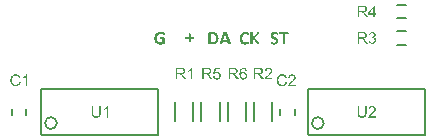
<source format=gto>
G04 Layer_Color=65535*
%FSTAX24Y24*%
%MOIN*%
G70*
G01*
G75*
%ADD24C,0.0050*%
%ADD25C,0.0079*%
G36*
X064726Y039667D02*
X06473D01*
X064742Y039666D01*
X064754Y039665D01*
X064767Y039663D01*
X064779Y03966D01*
X064785Y039659D01*
X06479Y039657D01*
X064791D01*
X064792Y039656D01*
X064795Y039655D01*
X0648Y039652D01*
X064806Y039648D01*
X064813Y039644D01*
X06482Y039637D01*
X064827Y039629D01*
X064833Y03962D01*
X064834Y039619D01*
X064836Y039615D01*
X064838Y03961D01*
X064841Y039603D01*
X064844Y039594D01*
X064847Y039584D01*
X064849Y039574D01*
X06485Y039562D01*
Y039562D01*
Y03956D01*
Y039558D01*
X064849Y039555D01*
Y039552D01*
X064848Y039548D01*
X064846Y039538D01*
X064843Y039527D01*
X064838Y039516D01*
X064831Y039504D01*
X064827Y039498D01*
X064823Y039493D01*
X064821Y039492D01*
X06482Y039491D01*
X064818Y039488D01*
X064815Y039487D01*
X064812Y039484D01*
X064807Y039481D01*
X064803Y039479D01*
X064798Y039476D01*
X064791Y039473D01*
X064785Y03947D01*
X064777Y039467D01*
X064769Y039464D01*
X064761Y039462D01*
X064751Y03946D01*
X064741Y039458D01*
X064743Y039457D01*
X064745Y039456D01*
X064748Y039455D01*
X064752Y039452D01*
X064762Y039446D01*
X064768Y039442D01*
X064772Y039439D01*
X064773Y039438D01*
X064776Y039435D01*
X06478Y039431D01*
X064785Y039425D01*
X064792Y039417D01*
X064799Y039408D01*
X064806Y039398D01*
X064814Y039387D01*
X064881Y039283D01*
X064817D01*
X064766Y039363D01*
Y039363D01*
X064765Y039364D01*
X064764Y039366D01*
X064762Y039369D01*
X064758Y039374D01*
X064753Y039382D01*
X064747Y039391D01*
X064741Y0394D01*
X064735Y039408D01*
X064729Y039415D01*
X064728Y039416D01*
X064727Y039418D01*
X064724Y039422D01*
X064721Y039426D01*
X064712Y039434D01*
X064708Y039438D01*
X064703Y039441D01*
X064703Y039442D01*
X064702Y039442D01*
X064699Y039443D01*
X064696Y039445D01*
X064689Y039449D01*
X064681Y039452D01*
X06468D01*
X064679Y039452D01*
X064676D01*
X064673Y039453D01*
X064669Y039453D01*
X064665D01*
X064659Y039454D01*
X064593D01*
Y039283D01*
X064542D01*
Y039667D01*
X064721D01*
X064726Y039667D01*
D02*
G37*
G36*
X065041Y039669D02*
X065049Y039667D01*
X065058Y039666D01*
X065068Y039663D01*
X065078Y03966D01*
X065088Y039655D01*
X065088D01*
X065089Y039655D01*
X065092Y039653D01*
X065097Y03965D01*
X065103Y039646D01*
X065109Y039641D01*
X065116Y039634D01*
X065123Y039627D01*
X065129Y039618D01*
X065129Y039617D01*
X065131Y039614D01*
X065133Y03961D01*
X065136Y039604D01*
X065138Y039596D01*
X06514Y039588D01*
X065142Y039579D01*
X065143Y039569D01*
Y039568D01*
Y039565D01*
X065142Y03956D01*
X065141Y039555D01*
X065139Y039548D01*
X065137Y03954D01*
X065134Y039532D01*
X065129Y039524D01*
X065129Y039523D01*
X065127Y039521D01*
X065123Y039517D01*
X065119Y039512D01*
X065113Y039507D01*
X065107Y039502D01*
X065099Y039496D01*
X065089Y039491D01*
X06509D01*
X065091Y039491D01*
X065093D01*
X065095Y03949D01*
X065101Y039488D01*
X065109Y039484D01*
X065117Y03948D01*
X065126Y039474D01*
X065134Y039467D01*
X065142Y039459D01*
X065143Y039457D01*
X065145Y039454D01*
X065148Y039449D01*
X065152Y039442D01*
X065156Y039433D01*
X065158Y039422D01*
X065161Y03941D01*
X065161Y039397D01*
Y039396D01*
Y039394D01*
Y039392D01*
X065161Y039388D01*
X06516Y039384D01*
X06516Y039379D01*
X065158Y039373D01*
X065157Y039367D01*
X065153Y039354D01*
X06515Y039346D01*
X065146Y039339D01*
X065141Y039332D01*
X065137Y039325D01*
X065131Y039318D01*
X065125Y039311D01*
X065124Y039311D01*
X065123Y039309D01*
X065121Y039308D01*
X065118Y039306D01*
X065115Y039303D01*
X06511Y0393D01*
X065105Y039297D01*
X065099Y039294D01*
X065093Y039291D01*
X065086Y039288D01*
X065078Y039285D01*
X06507Y039282D01*
X065061Y03928D01*
X065052Y039278D01*
X065042Y039277D01*
X065032Y039277D01*
X065027D01*
X065024Y039277D01*
X065019Y039278D01*
X065015Y039278D01*
X065009Y039279D01*
X065003Y03928D01*
X064989Y039284D01*
X064975Y03929D01*
X064968Y039293D01*
X064962Y039297D01*
X064955Y039301D01*
X064948Y039307D01*
X064948Y039307D01*
X064947Y039308D01*
X064946Y039309D01*
X064943Y039312D01*
X064941Y039315D01*
X064938Y039319D01*
X064934Y039323D01*
X064931Y039328D01*
X064924Y039339D01*
X064919Y039353D01*
X064913Y039368D01*
X064912Y039376D01*
X06491Y039385D01*
X064958Y039391D01*
Y039391D01*
X064958Y03939D01*
Y039387D01*
X06496Y039385D01*
X064961Y039378D01*
X064964Y039369D01*
X064968Y03936D01*
X064972Y03935D01*
X064978Y039341D01*
X064985Y039333D01*
X064986Y039333D01*
X064988Y039331D01*
X064992Y039328D01*
X064998Y039325D01*
X065005Y039322D01*
X065013Y039319D01*
X065022Y039316D01*
X065032Y039316D01*
X065036D01*
X065038Y039316D01*
X065044Y039317D01*
X065051Y039319D01*
X065061Y039322D01*
X06507Y039325D01*
X065079Y039331D01*
X065088Y039339D01*
X065089Y03934D01*
X065092Y039343D01*
X065095Y039348D01*
X0651Y039355D01*
X065104Y039363D01*
X065108Y039373D01*
X06511Y039384D01*
X065111Y039396D01*
Y039397D01*
Y039397D01*
Y039399D01*
X06511Y039401D01*
X06511Y039407D01*
X065108Y039415D01*
X065106Y039423D01*
X065102Y039432D01*
X065096Y039441D01*
X065089Y039449D01*
X065088Y03945D01*
X065086Y039453D01*
X065081Y039456D01*
X065075Y03946D01*
X065067Y039464D01*
X065058Y039467D01*
X065048Y039469D01*
X065036Y03947D01*
X065031D01*
X065027Y03947D01*
X065022Y039469D01*
X065016Y039469D01*
X06501Y039467D01*
X065003Y039466D01*
X065008Y039507D01*
X065011D01*
X065013Y039507D01*
X065021D01*
X065026Y039507D01*
X065034Y039508D01*
X065042Y03951D01*
X065051Y039513D01*
X06506Y039517D01*
X06507Y039522D01*
X065071Y039522D01*
X065074Y039525D01*
X065077Y039529D01*
X065082Y039534D01*
X065086Y039541D01*
X06509Y039549D01*
X065093Y039559D01*
X065094Y03957D01*
Y039571D01*
Y039572D01*
Y039574D01*
X065093Y039579D01*
X065092Y039586D01*
X06509Y039592D01*
X065086Y039599D01*
X065082Y039607D01*
X065077Y039613D01*
X065076Y039614D01*
X065074Y039616D01*
X06507Y039619D01*
X065064Y039622D01*
X065058Y039625D01*
X06505Y039628D01*
X065041Y03963D01*
X065031Y039631D01*
X065027D01*
X065022Y039629D01*
X065016Y039628D01*
X065008Y039627D01*
X065001Y039623D01*
X064993Y039619D01*
X064985Y039613D01*
X064985Y039613D01*
X064982Y03961D01*
X064979Y039606D01*
X064976Y0396D01*
X064972Y039593D01*
X064968Y039584D01*
X064965Y039574D01*
X064962Y039562D01*
X064915Y03957D01*
Y03957D01*
X064916Y039572D01*
X064916Y039574D01*
X064917Y039577D01*
X064918Y039581D01*
X064919Y039586D01*
X064923Y039597D01*
X064928Y039608D01*
X064935Y039621D01*
X064943Y039632D01*
X064954Y039643D01*
X064954Y039644D01*
X064955Y039644D01*
X064957Y039645D01*
X06496Y039647D01*
X064962Y039649D01*
X064966Y039651D01*
X064975Y039656D01*
X064986Y039661D01*
X064999Y039665D01*
X065014Y039668D01*
X065022Y039669D01*
X065036D01*
X065041Y039669D01*
D02*
G37*
G36*
X064736Y040542D02*
X064741D01*
X064753Y040541D01*
X064765Y04054D01*
X064778Y040538D01*
X06479Y040535D01*
X064796Y040533D01*
X064801Y040532D01*
X064802D01*
X064803Y040531D01*
X064806Y04053D01*
X064811Y040527D01*
X064817Y040523D01*
X064824Y040518D01*
X064831Y040512D01*
X064838Y040504D01*
X064844Y040495D01*
X064845Y040494D01*
X064846Y04049D01*
X064849Y040485D01*
X064852Y040478D01*
X064855Y040469D01*
X064858Y040459D01*
X06486Y040449D01*
X064861Y040437D01*
Y040436D01*
Y040435D01*
Y040433D01*
X06486Y04043D01*
Y040426D01*
X064859Y040422D01*
X064857Y040413D01*
X064854Y040402D01*
X064849Y040391D01*
X064842Y040379D01*
X064838Y040373D01*
X064834Y040368D01*
X064832Y040367D01*
X064831Y040366D01*
X064829Y040363D01*
X064826Y040361D01*
X064822Y040359D01*
X064818Y040356D01*
X064814Y040353D01*
X064808Y04035D01*
X064802Y040347D01*
X064796Y040344D01*
X064788Y040342D01*
X06478Y040339D01*
X064772Y040336D01*
X064762Y040335D01*
X064752Y040333D01*
X064753Y040332D01*
X064756Y040331D01*
X064759Y040329D01*
X064763Y040327D01*
X064773Y040321D01*
X064779Y040317D01*
X064783Y040313D01*
X064784Y040312D01*
X064787Y04031D01*
X064791Y040305D01*
X064796Y040299D01*
X064803Y040292D01*
X06481Y040283D01*
X064817Y040273D01*
X064825Y040262D01*
X064892Y040158D01*
X064828D01*
X064777Y040237D01*
Y040238D01*
X064776Y040239D01*
X064775Y040241D01*
X064773Y040243D01*
X064769Y040249D01*
X064764Y040257D01*
X064758Y040266D01*
X064752Y040274D01*
X064746Y040282D01*
X06474Y04029D01*
X064739Y040291D01*
X064738Y040293D01*
X064735Y040297D01*
X064732Y040301D01*
X064723Y040309D01*
X064719Y040313D01*
X064714Y040316D01*
X064714Y040316D01*
X064713Y040317D01*
X06471Y040318D01*
X064707Y04032D01*
X0647Y040323D01*
X064691Y040326D01*
X064691D01*
X06469Y040327D01*
X064687D01*
X064684Y040328D01*
X06468Y040328D01*
X064676D01*
X06467Y040329D01*
X064604D01*
Y040158D01*
X064553D01*
Y040542D01*
X064732D01*
X064736Y040542D01*
D02*
G37*
G36*
X065119Y040293D02*
X065171D01*
Y04025D01*
X065119D01*
Y040158D01*
X065072D01*
Y04025D01*
X064905D01*
Y040293D01*
X06508Y040542D01*
X065119D01*
Y040293D01*
D02*
G37*
G36*
X05353Y037874D02*
X053483D01*
Y038175D01*
X053482Y038174D01*
X05348Y038172D01*
X053476Y038169D01*
X053471Y038165D01*
X053464Y038159D01*
X053457Y038154D01*
X053448Y038148D01*
X053438Y038142D01*
X053437D01*
X053437Y038141D01*
X053433Y038139D01*
X053428Y038136D01*
X053422Y038133D01*
X053414Y038128D01*
X053406Y038125D01*
X053397Y038121D01*
X053389Y038117D01*
Y038164D01*
X053389D01*
X053391Y038164D01*
X053393Y038165D01*
X053395Y038167D01*
X053399Y038169D01*
X053403Y038171D01*
X053412Y038176D01*
X053423Y038182D01*
X053434Y03819D01*
X053446Y038199D01*
X053457Y038208D01*
X053458Y038209D01*
X053458Y038209D01*
X053462Y038213D01*
X053467Y038218D01*
X053474Y038224D01*
X053481Y038233D01*
X053488Y038241D01*
X053494Y038251D01*
X053499Y03826D01*
X05353D01*
Y037874D01*
D02*
G37*
G36*
X053161Y038264D02*
X053165Y038264D01*
X053171Y038263D01*
X053178Y038262D01*
X053185Y038261D01*
X0532Y038258D01*
X053216Y038253D01*
X053224Y038249D01*
X053233Y038245D01*
X05324Y03824D01*
X053248Y038235D01*
X053248Y038234D01*
X05325Y038234D01*
X053251Y038232D01*
X053254Y03823D01*
X053257Y038227D01*
X053261Y038223D01*
X053265Y038219D01*
X05327Y038214D01*
X053274Y038208D01*
X053278Y038202D01*
X053283Y038195D01*
X053288Y038188D01*
X053292Y03818D01*
X053296Y038171D01*
X053303Y038152D01*
X053253Y038141D01*
Y038141D01*
X053252Y038143D01*
X053251Y038145D01*
X05325Y038148D01*
X053248Y038151D01*
X053247Y038155D01*
X053243Y038164D01*
X053237Y038174D01*
X05323Y038185D01*
X053223Y038194D01*
X053213Y038202D01*
X053212Y038203D01*
X053209Y038205D01*
X053203Y038208D01*
X053196Y038212D01*
X053187Y038216D01*
X053176Y038219D01*
X053164Y038221D01*
X05315Y038222D01*
X053145D01*
X053143Y038221D01*
X053138D01*
X053134Y03822D01*
X053124Y038219D01*
X053112Y038216D01*
X0531Y038212D01*
X053088Y038207D01*
X053076Y0382D01*
X053075D01*
X053075Y038199D01*
X053071Y038196D01*
X053066Y038191D01*
X05306Y038185D01*
X053053Y038176D01*
X053046Y038167D01*
X05304Y038155D01*
X053034Y038143D01*
Y038142D01*
X053034Y038141D01*
X053033Y038139D01*
X053033Y038136D01*
X053031Y038133D01*
X053031Y038129D01*
X053028Y03812D01*
X053026Y038109D01*
X053024Y038096D01*
X053023Y038083D01*
X053023Y038069D01*
Y038068D01*
Y038066D01*
Y038064D01*
Y038061D01*
X053023Y038057D01*
Y038051D01*
X053024Y038046D01*
X053024Y03804D01*
X053026Y038027D01*
X053028Y038012D01*
X053032Y037997D01*
X053037Y037983D01*
Y037983D01*
X053037Y037982D01*
X053038Y03798D01*
X05304Y037978D01*
X053043Y037971D01*
X053047Y037963D01*
X053054Y037954D01*
X053061Y037945D01*
X05307Y037936D01*
X053081Y037928D01*
X053081D01*
X053082Y037928D01*
X053083Y037927D01*
X053086Y037926D01*
X053092Y037923D01*
X0531Y03792D01*
X05311Y037917D01*
X053121Y037914D01*
X053133Y037911D01*
X053146Y037911D01*
X05315D01*
X053153Y037911D01*
X053157D01*
X053161Y037912D01*
X053171Y037914D01*
X053182Y037917D01*
X053195Y037921D01*
X053206Y037927D01*
X053218Y037935D01*
X053219Y037936D01*
X053219Y037937D01*
X053223Y03794D01*
X053228Y037946D01*
X053234Y037954D01*
X053241Y037964D01*
X053248Y037976D01*
X053254Y037992D01*
X053258Y038009D01*
X053309Y037996D01*
Y037995D01*
X053309Y037993D01*
X053308Y03799D01*
X053306Y037985D01*
X053304Y03798D01*
X053302Y037974D01*
X053299Y037968D01*
X053296Y037961D01*
X053288Y037945D01*
X053278Y037929D01*
X053266Y037914D01*
X053259Y037907D01*
X053251Y0379D01*
X053251Y0379D01*
X05325Y037899D01*
X053247Y037897D01*
X053244Y037895D01*
X05324Y037893D01*
X053235Y03789D01*
X05323Y037887D01*
X053223Y037884D01*
X053216Y037881D01*
X053209Y037878D01*
X0532Y037875D01*
X053191Y037873D01*
X053172Y037869D01*
X053161Y037868D01*
X05315Y037868D01*
X053144D01*
X05314Y037868D01*
X053134D01*
X053129Y037869D01*
X053122Y03787D01*
X053114Y037871D01*
X053098Y037874D01*
X053081Y037878D01*
X053065Y037885D01*
X053057Y037888D01*
X053049Y037893D01*
X053048Y037893D01*
X053047Y037894D01*
X053045Y037896D01*
X053043Y037897D01*
X053036Y037903D01*
X053027Y037911D01*
X053017Y037921D01*
X053008Y037934D01*
X052998Y037949D01*
X05299Y037966D01*
Y037966D01*
X052989Y037968D01*
X052988Y037971D01*
X052987Y037974D01*
X052985Y037979D01*
X052983Y037984D01*
X052982Y03799D01*
X05298Y037997D01*
X052978Y038004D01*
X052976Y038012D01*
X052973Y03803D01*
X052971Y038048D01*
X05297Y038069D01*
Y038069D01*
Y038072D01*
Y038075D01*
X052971Y038079D01*
Y038084D01*
X052971Y03809D01*
X052972Y038097D01*
X052973Y038105D01*
X052976Y038121D01*
X052979Y038138D01*
X052985Y038157D01*
X052993Y038174D01*
Y038174D01*
X052994Y038175D01*
X052995Y038178D01*
X052997Y038181D01*
X052999Y038185D01*
X053002Y038189D01*
X05301Y038199D01*
X053019Y03821D01*
X05303Y038221D01*
X053043Y038232D01*
X053058Y038241D01*
X053058D01*
X05306Y038243D01*
X053062Y038244D01*
X053065Y038245D01*
X053069Y038247D01*
X053074Y038249D01*
X053079Y038251D01*
X053085Y038253D01*
X053092Y038255D01*
X053099Y038257D01*
X053114Y038261D01*
X053132Y038264D01*
X053151Y038265D01*
X053157D01*
X053161Y038264D01*
D02*
G37*
G36*
X06237Y038261D02*
X062375Y03826D01*
X06238Y03826D01*
X062386Y038259D01*
X062393Y038257D01*
X062407Y038254D01*
X062421Y038249D01*
X062429Y038245D01*
X062436Y038241D01*
X062442Y038236D01*
X062449Y038231D01*
X062449Y03823D01*
X06245Y038229D01*
X062452Y038228D01*
X062454Y038225D01*
X062456Y038222D01*
X062459Y038218D01*
X062465Y038209D01*
X062471Y038198D01*
X062476Y038185D01*
X06248Y038171D01*
X062481Y038163D01*
X062482Y038154D01*
Y038153D01*
Y03815D01*
X062481Y038146D01*
X06248Y03814D01*
X062479Y038133D01*
X062478Y038125D01*
X062475Y038117D01*
X062472Y038109D01*
X062471Y038108D01*
X06247Y038105D01*
X062468Y038101D01*
X062464Y038095D01*
X06246Y038088D01*
X062455Y03808D01*
X062448Y038071D01*
X06244Y038062D01*
X062439Y038061D01*
X062436Y038057D01*
X062431Y038052D01*
X062427Y038049D01*
X062423Y038045D01*
X062418Y03804D01*
X062413Y038035D01*
X062407Y038029D01*
X0624Y038023D01*
X062393Y038016D01*
X062385Y038009D01*
X062377Y038002D01*
X062368Y037994D01*
X062367Y037994D01*
X062366Y037992D01*
X062363Y037991D01*
X062361Y037988D01*
X062354Y037982D01*
X062345Y037975D01*
X062336Y037967D01*
X062327Y037959D01*
X062319Y037951D01*
X062316Y037949D01*
X062313Y037946D01*
X062313Y037945D01*
X062311Y037943D01*
X062309Y037941D01*
X062306Y037937D01*
X0623Y03793D01*
X062293Y03792D01*
X062482D01*
Y037875D01*
X062228D01*
Y037876D01*
Y037878D01*
Y037882D01*
X062228Y037886D01*
X062229Y037891D01*
X062229Y037896D01*
X062231Y037902D01*
X062233Y037908D01*
Y037908D01*
X062234Y037909D01*
X062235Y037912D01*
X062237Y037917D01*
X062241Y037924D01*
X062245Y037932D01*
X062251Y03794D01*
X062256Y037949D01*
X062264Y037959D01*
Y037959D01*
X062265Y03796D01*
X062268Y037963D01*
X062273Y037968D01*
X06228Y037975D01*
X062289Y037984D01*
X062299Y037994D01*
X062312Y038005D01*
X062326Y038017D01*
X062327Y038018D01*
X062329Y038019D01*
X062332Y038022D01*
X062336Y038026D01*
X062341Y03803D01*
X062347Y038035D01*
X06236Y038046D01*
X062374Y03806D01*
X062388Y038073D01*
X062395Y03808D01*
X062401Y038086D01*
X062406Y038092D01*
X062411Y038098D01*
Y038099D01*
X062412Y038099D01*
X062413Y038101D01*
X062414Y038104D01*
X062418Y038109D01*
X062422Y038117D01*
X062426Y038126D01*
X06243Y038135D01*
X062432Y038146D01*
X062433Y038156D01*
Y038156D01*
Y038157D01*
X062432Y03816D01*
X062432Y038166D01*
X062431Y038172D01*
X062428Y03818D01*
X062424Y038187D01*
X06242Y038195D01*
X062413Y038203D01*
X062411Y038204D01*
X062409Y038206D01*
X062404Y038209D01*
X062399Y038213D01*
X062391Y038216D01*
X062382Y038219D01*
X062372Y038222D01*
X06236Y038222D01*
X062356D01*
X062354Y038222D01*
X062348Y038221D01*
X062341Y03822D01*
X062332Y038217D01*
X062323Y038214D01*
X062314Y038208D01*
X062306Y038201D01*
X062305Y0382D01*
X062303Y038198D01*
X062299Y038193D01*
X062296Y038187D01*
X062291Y038178D01*
X062289Y038169D01*
X062286Y038158D01*
X062285Y038145D01*
X062236Y03815D01*
Y038151D01*
Y038153D01*
X062237Y038156D01*
X062238Y038159D01*
X062239Y038164D01*
X062239Y038169D01*
X062243Y038181D01*
X062248Y038194D01*
X062254Y038208D01*
X062263Y038221D01*
X062268Y038227D01*
X062273Y038233D01*
X062274Y038233D01*
X062275Y038234D01*
X062277Y038236D01*
X062279Y038238D01*
X062283Y038239D01*
X062287Y038242D01*
X062291Y038245D01*
X062297Y038247D01*
X062303Y03825D01*
X062309Y038253D01*
X062317Y038255D01*
X062324Y038257D01*
X062342Y03826D01*
X062351Y038261D01*
X062361Y038262D01*
X062366D01*
X06237Y038261D01*
D02*
G37*
G36*
X062042Y038266D02*
X062047Y038265D01*
X062053Y038264D01*
X062059Y038264D01*
X062066Y038263D01*
X062081Y038259D01*
X062098Y038254D01*
X062106Y03825D01*
X062114Y038246D01*
X062122Y038242D01*
X062129Y038236D01*
X06213Y038236D01*
X062131Y038235D01*
X062133Y038233D01*
X062136Y038231D01*
X062139Y038228D01*
X062143Y038224D01*
X062147Y03822D01*
X062151Y038215D01*
X062156Y038209D01*
X06216Y038204D01*
X062165Y038197D01*
X062169Y038189D01*
X062173Y038181D01*
X062177Y038173D01*
X062184Y038154D01*
X062134Y038142D01*
Y038143D01*
X062134Y038144D01*
X062133Y038146D01*
X062132Y038149D01*
X06213Y038153D01*
X062128Y038157D01*
X062124Y038166D01*
X062119Y038176D01*
X062112Y038186D01*
X062104Y038195D01*
X062095Y038204D01*
X062094Y038204D01*
X06209Y038207D01*
X062085Y038209D01*
X062077Y038214D01*
X062069Y038217D01*
X062057Y03822D01*
X062045Y038222D01*
X062031Y038223D01*
X062027D01*
X062024Y038222D01*
X06202D01*
X062016Y038222D01*
X062005Y03822D01*
X061994Y038218D01*
X061981Y038214D01*
X061969Y038208D01*
X061957Y038201D01*
X061957D01*
X061956Y0382D01*
X061953Y038197D01*
X061948Y038193D01*
X061941Y038186D01*
X061935Y038178D01*
X061928Y038169D01*
X061921Y038157D01*
X061916Y038144D01*
Y038143D01*
X061915Y038142D01*
X061915Y03814D01*
X061914Y038138D01*
X061913Y038135D01*
X061912Y03813D01*
X06191Y038121D01*
X061908Y03811D01*
X061906Y038098D01*
X061905Y038084D01*
X061904Y03807D01*
Y03807D01*
Y038068D01*
Y038066D01*
Y038062D01*
X061905Y038058D01*
Y038053D01*
X061905Y038047D01*
X061906Y038042D01*
X061908Y038028D01*
X06191Y038013D01*
X061914Y037999D01*
X061918Y037985D01*
Y037984D01*
X061919Y037983D01*
X06192Y037981D01*
X061921Y037979D01*
X061924Y037972D01*
X061929Y037964D01*
X061935Y037955D01*
X061943Y037946D01*
X061952Y037937D01*
X061962Y03793D01*
X061963D01*
X061963Y037929D01*
X061965Y037928D01*
X061967Y037927D01*
X061974Y037925D01*
X061982Y037921D01*
X061991Y037918D01*
X062003Y037915D01*
X062015Y037913D01*
X062028Y037912D01*
X062032D01*
X062035Y037913D01*
X062038D01*
X062043Y037913D01*
X062053Y037915D01*
X062064Y037918D01*
X062076Y037923D01*
X062088Y037929D01*
X0621Y037937D01*
X0621Y037937D01*
X062101Y037938D01*
X062104Y037942D01*
X06211Y037947D01*
X062116Y037955D01*
X062122Y037966D01*
X062129Y037978D01*
X062135Y037993D01*
X06214Y03801D01*
X062191Y037997D01*
Y037997D01*
X06219Y037994D01*
X062189Y037991D01*
X062188Y037987D01*
X062186Y037982D01*
X062183Y037975D01*
X062181Y037969D01*
X062177Y037962D01*
X06217Y037946D01*
X062159Y03793D01*
X062148Y037915D01*
X062141Y037908D01*
X062133Y037902D01*
X062132Y037901D01*
X062131Y037901D01*
X062129Y037899D01*
X062125Y037896D01*
X062121Y037894D01*
X062117Y037891D01*
X062111Y037888D01*
X062105Y037885D01*
X062098Y037882D01*
X06209Y03788D01*
X062081Y037877D01*
X062073Y037874D01*
X062053Y03787D01*
X062043Y03787D01*
X062032Y037869D01*
X062026D01*
X062021Y03787D01*
X062016D01*
X06201Y03787D01*
X062003Y037871D01*
X061996Y037872D01*
X06198Y037875D01*
X061963Y03788D01*
X061946Y037886D01*
X061938Y037889D01*
X061931Y037894D01*
X06193Y037895D01*
X061929Y037895D01*
X061927Y037897D01*
X061924Y037899D01*
X061917Y037905D01*
X061909Y037913D01*
X061899Y037923D01*
X06189Y037936D01*
X06188Y03795D01*
X061871Y037967D01*
Y037968D01*
X061871Y03797D01*
X06187Y037972D01*
X061869Y037975D01*
X061867Y03798D01*
X061865Y037985D01*
X061863Y037991D01*
X061862Y037998D01*
X06186Y038005D01*
X061858Y038013D01*
X061855Y038031D01*
X061852Y03805D01*
X061852Y03807D01*
Y038071D01*
Y038073D01*
Y038076D01*
X061852Y03808D01*
Y038085D01*
X061853Y038092D01*
X061853Y038098D01*
X061855Y038106D01*
X061857Y038122D01*
X061861Y03814D01*
X061867Y038158D01*
X061874Y038175D01*
Y038176D01*
X061876Y038177D01*
X061877Y038179D01*
X061878Y038183D01*
X061881Y038186D01*
X061884Y03819D01*
X061891Y0382D01*
X0619Y038211D01*
X061911Y038222D01*
X061925Y038233D01*
X061939Y038243D01*
X06194D01*
X061941Y038244D01*
X061943Y038245D01*
X061947Y038246D01*
X06195Y038248D01*
X061955Y03825D01*
X061961Y038252D01*
X061967Y038255D01*
X061973Y038257D01*
X06198Y038259D01*
X061996Y038263D01*
X062014Y038265D01*
X062032Y038266D01*
X062038D01*
X062042Y038266D01*
D02*
G37*
G36*
X058671Y038474D02*
X058676D01*
X058687Y038473D01*
X0587Y038472D01*
X058713Y03847D01*
X058725Y038467D01*
X058731Y038466D01*
X058736Y038464D01*
X058737D01*
X058737Y038463D01*
X058741Y038462D01*
X058745Y038459D01*
X058751Y038455D01*
X058758Y03845D01*
X058765Y038444D01*
X058772Y038436D01*
X058779Y038427D01*
X058779Y038426D01*
X058781Y038422D01*
X058784Y038417D01*
X058787Y03841D01*
X05879Y038401D01*
X058793Y038391D01*
X058794Y038381D01*
X058795Y038369D01*
Y038368D01*
Y038367D01*
Y038365D01*
X058794Y038362D01*
Y038359D01*
X058794Y038354D01*
X058791Y038345D01*
X058789Y038334D01*
X058784Y038323D01*
X058777Y038311D01*
X058773Y038305D01*
X058768Y0383D01*
X058767Y038299D01*
X058765Y038298D01*
X058763Y038295D01*
X05876Y038294D01*
X058757Y038291D01*
X058753Y038288D01*
X058748Y038285D01*
X058743Y038282D01*
X058737Y03828D01*
X05873Y038277D01*
X058722Y038274D01*
X058715Y038271D01*
X058706Y038268D01*
X058697Y038267D01*
X058687Y038265D01*
X058688Y038264D01*
X05869Y038263D01*
X058694Y038261D01*
X058698Y038259D01*
X058708Y038253D01*
X058713Y038249D01*
X058717Y038246D01*
X058718Y038244D01*
X058721Y038242D01*
X058725Y038237D01*
X058731Y038232D01*
X058737Y038224D01*
X058744Y038215D01*
X058752Y038205D01*
X058759Y038194D01*
X058826Y03809D01*
X058762D01*
X058711Y03817D01*
Y03817D01*
X05871Y038171D01*
X058709Y038173D01*
X058708Y038175D01*
X058704Y038181D01*
X058698Y038189D01*
X058693Y038198D01*
X058686Y038206D01*
X05868Y038215D01*
X058674Y038222D01*
X058674Y038223D01*
X058672Y038225D01*
X058669Y038229D01*
X058666Y038233D01*
X058658Y038241D01*
X058653Y038245D01*
X058649Y038248D01*
X058648Y038249D01*
X058647Y038249D01*
X058645Y03825D01*
X058642Y038252D01*
X058635Y038256D01*
X058626Y038258D01*
X058625D01*
X058624Y038259D01*
X058622D01*
X058619Y03826D01*
X058615Y03826D01*
X05861D01*
X058604Y038261D01*
X058539D01*
Y03809D01*
X058488D01*
Y038474D01*
X058666D01*
X058671Y038474D01*
D02*
G37*
G36*
X059033Y03809D02*
X058986D01*
Y038391D01*
X058985Y03839D01*
X058983Y038388D01*
X058979Y038385D01*
X058973Y038381D01*
X058967Y038375D01*
X058959Y03837D01*
X058951Y038364D01*
X058941Y038358D01*
X05894D01*
X058939Y038357D01*
X058936Y038355D01*
X058931Y038352D01*
X058924Y038349D01*
X058917Y038344D01*
X058908Y038341D01*
X0589Y038337D01*
X058892Y038333D01*
Y03838D01*
X058892D01*
X058893Y03838D01*
X058896Y038381D01*
X058898Y038383D01*
X058901Y038385D01*
X058906Y038387D01*
X058915Y038392D01*
X058925Y038398D01*
X058937Y038406D01*
X058949Y038415D01*
X05896Y038424D01*
X058961Y038425D01*
X058961Y038425D01*
X058965Y038429D01*
X05897Y038434D01*
X058976Y03844D01*
X058983Y038449D01*
X05899Y038457D01*
X058997Y038467D01*
X059002Y038476D01*
X059033D01*
Y03809D01*
D02*
G37*
G36*
X061266Y038474D02*
X06127D01*
X061282Y038473D01*
X061294Y038472D01*
X061307Y03847D01*
X06132Y038467D01*
X061325Y038466D01*
X061331Y038464D01*
X061331D01*
X061332Y038463D01*
X061335Y038462D01*
X06134Y038459D01*
X061346Y038455D01*
X061353Y03845D01*
X06136Y038444D01*
X061367Y038436D01*
X061373Y038427D01*
X061374Y038426D01*
X061376Y038422D01*
X061379Y038417D01*
X061382Y03841D01*
X061384Y038401D01*
X061387Y038391D01*
X061389Y038381D01*
X06139Y038369D01*
Y038368D01*
Y038367D01*
Y038365D01*
X061389Y038362D01*
Y038359D01*
X061389Y038354D01*
X061386Y038345D01*
X061383Y038334D01*
X061379Y038323D01*
X061372Y038311D01*
X061367Y038305D01*
X061363Y0383D01*
X061362Y038299D01*
X06136Y038298D01*
X061358Y038295D01*
X061355Y038294D01*
X061352Y038291D01*
X061348Y038288D01*
X061343Y038285D01*
X061338Y038282D01*
X061331Y03828D01*
X061325Y038277D01*
X061317Y038274D01*
X06131Y038271D01*
X061301Y038268D01*
X061291Y038267D01*
X061281Y038265D01*
X061283Y038264D01*
X061285Y038263D01*
X061289Y038261D01*
X061293Y038259D01*
X061303Y038253D01*
X061308Y038249D01*
X061312Y038246D01*
X061313Y038244D01*
X061316Y038242D01*
X06132Y038237D01*
X061325Y038232D01*
X061332Y038224D01*
X061339Y038215D01*
X061346Y038205D01*
X061354Y038194D01*
X061421Y03809D01*
X061357D01*
X061306Y03817D01*
Y03817D01*
X061305Y038171D01*
X061304Y038173D01*
X061303Y038175D01*
X061298Y038181D01*
X061293Y038189D01*
X061287Y038198D01*
X061281Y038206D01*
X061275Y038215D01*
X061269Y038222D01*
X061269Y038223D01*
X061267Y038225D01*
X061264Y038229D01*
X061261Y038233D01*
X061252Y038241D01*
X061248Y038245D01*
X061243Y038248D01*
X061243Y038249D01*
X061242Y038249D01*
X061239Y03825D01*
X061236Y038252D01*
X061229Y038256D01*
X061221Y038258D01*
X06122D01*
X061219Y038259D01*
X061217D01*
X061214Y03826D01*
X06121Y03826D01*
X061205D01*
X061199Y038261D01*
X061133D01*
Y03809D01*
X061083D01*
Y038474D01*
X061261D01*
X061266Y038474D01*
D02*
G37*
G36*
X061586Y038476D02*
X061591Y038475D01*
X061596Y038474D01*
X061602Y038474D01*
X061609Y038472D01*
X061623Y038468D01*
X061637Y038463D01*
X061645Y03846D01*
X061652Y038456D01*
X061658Y03845D01*
X061665Y038445D01*
X061665Y038445D01*
X061666Y038444D01*
X061668Y038442D01*
X06167Y03844D01*
X061672Y038436D01*
X061675Y038433D01*
X061681Y038424D01*
X061687Y038413D01*
X061692Y0384D01*
X061696Y038385D01*
X061697Y038377D01*
X061697Y038369D01*
Y038368D01*
Y038365D01*
X061697Y03836D01*
X061696Y038354D01*
X061695Y038347D01*
X061693Y03834D01*
X061691Y038332D01*
X061687Y038323D01*
X061687Y038322D01*
X061686Y038319D01*
X061683Y038315D01*
X06168Y038309D01*
X061676Y038302D01*
X061671Y038294D01*
X061663Y038286D01*
X061656Y038277D01*
X061655Y038275D01*
X061652Y038272D01*
X061647Y038267D01*
X061643Y038263D01*
X061639Y038259D01*
X061634Y038254D01*
X061628Y038249D01*
X061623Y038244D01*
X061616Y038237D01*
X061609Y038231D01*
X061601Y038224D01*
X061593Y038217D01*
X061583Y038209D01*
X061583Y038208D01*
X061582Y038207D01*
X061579Y038205D01*
X061576Y038203D01*
X061569Y038197D01*
X061561Y038189D01*
X061552Y038181D01*
X061542Y038173D01*
X061535Y038166D01*
X061532Y038163D01*
X061529Y03816D01*
X061528Y03816D01*
X061527Y038158D01*
X061525Y038156D01*
X061522Y038152D01*
X061515Y038144D01*
X061509Y038135D01*
X061698D01*
Y03809D01*
X061444D01*
Y038091D01*
Y038093D01*
Y038096D01*
X061444Y038101D01*
X061445Y038105D01*
X061445Y03811D01*
X061447Y038116D01*
X061449Y038122D01*
Y038123D01*
X061449Y038123D01*
X061451Y038127D01*
X061453Y038132D01*
X061456Y038139D01*
X061461Y038146D01*
X061466Y038155D01*
X061472Y038164D01*
X06148Y038173D01*
Y038174D01*
X061481Y038174D01*
X061484Y038178D01*
X061489Y038183D01*
X061496Y03819D01*
X061504Y038198D01*
X061515Y038208D01*
X061528Y038219D01*
X061542Y038232D01*
X061542Y038232D01*
X061545Y038234D01*
X061548Y038236D01*
X061552Y03824D01*
X061557Y038244D01*
X061563Y03825D01*
X061576Y038261D01*
X06159Y038274D01*
X061604Y038288D01*
X061611Y038294D01*
X061617Y038301D01*
X061622Y038307D01*
X061627Y038313D01*
Y038313D01*
X061628Y038314D01*
X061629Y038316D01*
X06163Y038318D01*
X061634Y038324D01*
X061638Y038332D01*
X061642Y03834D01*
X061645Y03835D01*
X061648Y03836D01*
X061649Y03837D01*
Y038371D01*
Y038371D01*
X061648Y038375D01*
X061648Y03838D01*
X061647Y038387D01*
X061644Y038394D01*
X06164Y038402D01*
X061635Y03841D01*
X061628Y038418D01*
X061627Y038418D01*
X061625Y038421D01*
X06162Y038423D01*
X061614Y038428D01*
X061607Y038431D01*
X061598Y038434D01*
X061587Y038436D01*
X061576Y038437D01*
X061572D01*
X06157Y038436D01*
X061564Y038436D01*
X061556Y038435D01*
X061548Y038432D01*
X061538Y038428D01*
X06153Y038423D01*
X061521Y038416D01*
X061521Y038415D01*
X061518Y038412D01*
X061515Y038408D01*
X061511Y038401D01*
X061507Y038393D01*
X061504Y038384D01*
X061502Y038373D01*
X061501Y03836D01*
X061452Y038365D01*
Y038366D01*
Y038367D01*
X061453Y03837D01*
X061453Y038374D01*
X061455Y038378D01*
X061455Y038384D01*
X061459Y038395D01*
X061463Y038409D01*
X06147Y038422D01*
X061479Y038436D01*
X061483Y038442D01*
X061489Y038447D01*
X06149Y038448D01*
X061491Y038449D01*
X061493Y03845D01*
X061495Y038452D01*
X061499Y038454D01*
X061503Y038457D01*
X061507Y038459D01*
X061513Y038462D01*
X061518Y038464D01*
X061525Y038467D01*
X061532Y03847D01*
X06154Y038471D01*
X061558Y038475D01*
X061567Y038476D01*
X061577Y038476D01*
X061582D01*
X061586Y038476D01*
D02*
G37*
G36*
X056225Y03682D02*
X056178D01*
Y037121D01*
X056177Y03712D01*
X056175Y037118D01*
X056171Y037115D01*
X056166Y037111D01*
X056159Y037105D01*
X056152Y0371D01*
X056143Y037094D01*
X056133Y037088D01*
X056132D01*
X056132Y037087D01*
X056128Y037085D01*
X056123Y037082D01*
X056116Y037079D01*
X056109Y037074D01*
X056101Y037071D01*
X056092Y037067D01*
X056084Y037063D01*
Y03711D01*
X056084D01*
X056085Y03711D01*
X056088Y037111D01*
X05609Y037113D01*
X056094Y037115D01*
X056098Y037117D01*
X056107Y037122D01*
X056118Y037128D01*
X056129Y037136D01*
X056141Y037145D01*
X056152Y037154D01*
X056153Y037155D01*
X056153Y037155D01*
X056157Y037159D01*
X056162Y037164D01*
X056168Y03717D01*
X056175Y037179D01*
X056183Y037187D01*
X056189Y037197D01*
X056194Y037206D01*
X056225D01*
Y03682D01*
D02*
G37*
G36*
X055982Y036982D02*
Y036981D01*
Y03698D01*
Y036977D01*
Y036973D01*
X055981Y036967D01*
Y036962D01*
X055981Y036956D01*
X05598Y036949D01*
X055978Y036934D01*
X055976Y036919D01*
X055973Y036904D01*
X055968Y03689D01*
Y03689D01*
X055968Y036888D01*
X055967Y036887D01*
X055966Y036884D01*
X055963Y036878D01*
X055958Y03687D01*
X055951Y036862D01*
X055943Y036852D01*
X055933Y036843D01*
X055921Y036835D01*
X05592D01*
X055919Y036833D01*
X055918Y036833D01*
X055915Y036831D01*
X055912Y03683D01*
X055908Y036828D01*
X055902Y036826D01*
X055897Y036824D01*
X055891Y036822D01*
X055884Y03682D01*
X055877Y036818D01*
X055869Y036817D01*
X055851Y036815D01*
X055832Y036814D01*
X055826D01*
X055823Y036814D01*
X055818D01*
X055813Y036815D01*
X055807Y036815D01*
X055801Y036816D01*
X055786Y036818D01*
X055772Y036821D01*
X055757Y036826D01*
X055743Y036832D01*
X055743D01*
X055741Y036833D01*
X05574Y036833D01*
X055738Y036835D01*
X055731Y036839D01*
X055724Y036846D01*
X055716Y036853D01*
X055709Y036862D01*
X055701Y036873D01*
X055695Y036886D01*
Y036886D01*
X055694Y036887D01*
X055693Y036889D01*
X055692Y036892D01*
X055691Y036895D01*
X05569Y0369D01*
X055689Y036905D01*
X055688Y036911D01*
X055686Y036918D01*
X055685Y036925D01*
X055684Y036933D01*
X055682Y036941D01*
X055681Y03695D01*
X055681Y03696D01*
X05568Y036971D01*
Y036982D01*
Y037204D01*
X055731D01*
Y036982D01*
Y036981D01*
Y03698D01*
Y036977D01*
Y036974D01*
Y03697D01*
X055731Y036965D01*
X055732Y036954D01*
X055733Y036942D01*
X055734Y03693D01*
X055737Y036918D01*
X055738Y036913D01*
X05574Y036908D01*
X05574Y036907D01*
X055741Y036904D01*
X055744Y0369D01*
X055747Y036895D01*
X055751Y036889D01*
X055757Y036883D01*
X055764Y036877D01*
X055772Y036871D01*
X055773Y036871D01*
X055776Y03687D01*
X055781Y036867D01*
X055787Y036866D01*
X055795Y036863D01*
X055805Y036861D01*
X055815Y03686D01*
X055827Y036859D01*
X055832D01*
X055836Y03686D01*
X055841D01*
X055846Y03686D01*
X055858Y036862D01*
X055871Y036866D01*
X055884Y03687D01*
X055896Y036876D01*
X055902Y03688D01*
X055907Y036884D01*
Y036885D01*
X055908Y036886D01*
X055909Y036887D01*
X05591Y03689D01*
X055913Y036893D01*
X055915Y036896D01*
X055917Y036901D01*
X055919Y036906D01*
X055921Y036912D01*
X055923Y036919D01*
X055926Y036927D01*
X055927Y036936D01*
X055929Y036946D01*
X05593Y036957D01*
X055931Y036969D01*
Y036982D01*
Y037204D01*
X055982D01*
Y036982D01*
D02*
G37*
G36*
X065044Y037206D02*
X065048Y037205D01*
X065054Y037204D01*
X065059Y037204D01*
X065066Y037202D01*
X06508Y037198D01*
X065095Y037193D01*
X065102Y03719D01*
X065109Y037186D01*
X065116Y03718D01*
X065122Y037175D01*
X065123Y037175D01*
X065123Y037174D01*
X065125Y037172D01*
X065127Y03717D01*
X06513Y037166D01*
X065133Y037163D01*
X065138Y037154D01*
X065144Y037143D01*
X06515Y03713D01*
X065154Y037115D01*
X065154Y037107D01*
X065155Y037099D01*
Y037098D01*
Y037095D01*
X065154Y03709D01*
X065154Y037084D01*
X065152Y037077D01*
X065151Y03707D01*
X065148Y037062D01*
X065145Y037053D01*
X065144Y037052D01*
X065143Y037049D01*
X065141Y037045D01*
X065137Y037039D01*
X065133Y037032D01*
X065128Y037024D01*
X065121Y037016D01*
X065113Y037007D01*
X065112Y037005D01*
X065109Y037002D01*
X065104Y036997D01*
X0651Y036993D01*
X065096Y036989D01*
X065092Y036984D01*
X065086Y036979D01*
X06508Y036974D01*
X065074Y036967D01*
X065066Y036961D01*
X065058Y036954D01*
X06505Y036947D01*
X065041Y036939D01*
X06504Y036938D01*
X065039Y036937D01*
X065037Y036935D01*
X065034Y036933D01*
X065027Y036927D01*
X065018Y036919D01*
X065009Y036911D01*
X065Y036903D01*
X064992Y036896D01*
X064989Y036893D01*
X064986Y03689D01*
X064986Y03689D01*
X064985Y036888D01*
X064982Y036886D01*
X064979Y036882D01*
X064973Y036874D01*
X064966Y036865D01*
X065155D01*
Y03682D01*
X064901D01*
Y036821D01*
Y036823D01*
Y036826D01*
X064902Y036831D01*
X064902Y036835D01*
X064903Y03684D01*
X064904Y036846D01*
X064906Y036852D01*
Y036853D01*
X064907Y036853D01*
X064908Y036857D01*
X06491Y036862D01*
X064914Y036869D01*
X064918Y036876D01*
X064924Y036885D01*
X06493Y036894D01*
X064937Y036903D01*
Y036904D01*
X064938Y036904D01*
X064941Y036908D01*
X064946Y036913D01*
X064953Y03692D01*
X064962Y036928D01*
X064972Y036938D01*
X064985Y036949D01*
X064999Y036962D01*
X065Y036962D01*
X065002Y036964D01*
X065005Y036966D01*
X065009Y03697D01*
X065014Y036974D01*
X06502Y03698D01*
X065033Y036991D01*
X065047Y037004D01*
X065061Y037018D01*
X065068Y037024D01*
X065074Y037031D01*
X065079Y037037D01*
X065084Y037043D01*
Y037043D01*
X065085Y037044D01*
X065086Y037046D01*
X065088Y037048D01*
X065091Y037054D01*
X065095Y037062D01*
X065099Y03707D01*
X065103Y03708D01*
X065105Y03709D01*
X065106Y0371D01*
Y037101D01*
Y037101D01*
X065106Y037105D01*
X065105Y03711D01*
X065104Y037117D01*
X065101Y037124D01*
X065098Y037132D01*
X065093Y03714D01*
X065086Y037148D01*
X065085Y037148D01*
X065082Y037151D01*
X065078Y037153D01*
X065072Y037158D01*
X065064Y037161D01*
X065055Y037164D01*
X065045Y037166D01*
X065033Y037167D01*
X06503D01*
X065027Y037166D01*
X065021Y037166D01*
X065014Y037165D01*
X065005Y037162D01*
X064996Y037158D01*
X064987Y037153D01*
X064979Y037146D01*
X064978Y037145D01*
X064976Y037142D01*
X064972Y037138D01*
X064969Y037131D01*
X064965Y037123D01*
X064962Y037114D01*
X064959Y037103D01*
X064958Y03709D01*
X06491Y037095D01*
Y037096D01*
Y037097D01*
X06491Y0371D01*
X064911Y037104D01*
X064912Y037108D01*
X064913Y037114D01*
X064916Y037125D01*
X064921Y037139D01*
X064927Y037152D01*
X064936Y037166D01*
X064941Y037172D01*
X064947Y037177D01*
X064947Y037178D01*
X064948Y037179D01*
X06495Y03718D01*
X064952Y037182D01*
X064956Y037184D01*
X06496Y037187D01*
X064965Y037189D01*
X06497Y037192D01*
X064976Y037194D01*
X064982Y037197D01*
X06499Y0372D01*
X064997Y037201D01*
X065015Y037205D01*
X065024Y037206D01*
X065034Y037206D01*
X06504D01*
X065044Y037206D01*
D02*
G37*
G36*
X064842Y036982D02*
Y036981D01*
Y03698D01*
Y036977D01*
Y036973D01*
X064841Y036967D01*
Y036962D01*
X064841Y036956D01*
X06484Y036949D01*
X064838Y036934D01*
X064836Y036919D01*
X064833Y036904D01*
X064828Y03689D01*
Y03689D01*
X064828Y036888D01*
X064827Y036887D01*
X064826Y036884D01*
X064823Y036878D01*
X064818Y03687D01*
X064811Y036862D01*
X064803Y036852D01*
X064793Y036843D01*
X064781Y036835D01*
X06478D01*
X064779Y036833D01*
X064778Y036833D01*
X064775Y036831D01*
X064772Y03683D01*
X064768Y036828D01*
X064762Y036826D01*
X064757Y036824D01*
X064751Y036822D01*
X064744Y03682D01*
X064737Y036818D01*
X064729Y036817D01*
X064711Y036815D01*
X064692Y036814D01*
X064686D01*
X064683Y036814D01*
X064678D01*
X064673Y036815D01*
X064667Y036815D01*
X064661Y036816D01*
X064646Y036818D01*
X064632Y036821D01*
X064617Y036826D01*
X064603Y036832D01*
X064603D01*
X064601Y036833D01*
X0646Y036833D01*
X064598Y036835D01*
X064591Y036839D01*
X064584Y036846D01*
X064576Y036853D01*
X064569Y036862D01*
X064561Y036873D01*
X064555Y036886D01*
Y036886D01*
X064554Y036887D01*
X064553Y036889D01*
X064552Y036892D01*
X064551Y036895D01*
X06455Y0369D01*
X064549Y036905D01*
X064548Y036911D01*
X064546Y036918D01*
X064545Y036925D01*
X064544Y036933D01*
X064542Y036941D01*
X064541Y03695D01*
X064541Y03696D01*
X06454Y036971D01*
Y036982D01*
Y037204D01*
X064591D01*
Y036982D01*
Y036981D01*
Y03698D01*
Y036977D01*
Y036974D01*
Y03697D01*
X064591Y036965D01*
X064592Y036954D01*
X064593Y036942D01*
X064594Y03693D01*
X064597Y036918D01*
X064598Y036913D01*
X0646Y036908D01*
X0646Y036907D01*
X064601Y036904D01*
X064604Y0369D01*
X064607Y036895D01*
X064611Y036889D01*
X064617Y036883D01*
X064624Y036877D01*
X064632Y036871D01*
X064633Y036871D01*
X064636Y03687D01*
X064641Y036867D01*
X064647Y036866D01*
X064655Y036863D01*
X064665Y036861D01*
X064675Y03686D01*
X064687Y036859D01*
X064692D01*
X064696Y03686D01*
X064701D01*
X064706Y03686D01*
X064718Y036862D01*
X064731Y036866D01*
X064744Y03687D01*
X064756Y036876D01*
X064762Y03688D01*
X064767Y036884D01*
Y036885D01*
X064768Y036886D01*
X064769Y036887D01*
X06477Y03689D01*
X064773Y036893D01*
X064775Y036896D01*
X064777Y036901D01*
X064779Y036906D01*
X064781Y036912D01*
X064783Y036919D01*
X064786Y036927D01*
X064787Y036936D01*
X064789Y036946D01*
X06479Y036957D01*
X064791Y036969D01*
Y036982D01*
Y037204D01*
X064842D01*
Y036982D01*
D02*
G37*
G36*
X059547Y038474D02*
X059552D01*
X059563Y038473D01*
X059576Y038472D01*
X059588Y03847D01*
X059601Y038467D01*
X059607Y038466D01*
X059612Y038464D01*
X059612D01*
X059613Y038463D01*
X059617Y038462D01*
X059621Y038459D01*
X059627Y038455D01*
X059634Y03845D01*
X059641Y038444D01*
X059648Y038436D01*
X059655Y038427D01*
X059655Y038426D01*
X059657Y038422D01*
X05966Y038417D01*
X059663Y03841D01*
X059666Y038401D01*
X059669Y038391D01*
X05967Y038381D01*
X059671Y038369D01*
Y038368D01*
Y038367D01*
Y038365D01*
X05967Y038362D01*
Y038359D01*
X05967Y038354D01*
X059667Y038345D01*
X059665Y038334D01*
X05966Y038323D01*
X059653Y038311D01*
X059649Y038305D01*
X059644Y0383D01*
X059643Y038299D01*
X059641Y038298D01*
X059639Y038295D01*
X059636Y038294D01*
X059633Y038291D01*
X059629Y038288D01*
X059624Y038285D01*
X059619Y038282D01*
X059612Y03828D01*
X059606Y038277D01*
X059598Y038274D01*
X059591Y038271D01*
X059582Y038268D01*
X059573Y038267D01*
X059563Y038265D01*
X059564Y038264D01*
X059566Y038263D01*
X05957Y038261D01*
X059574Y038259D01*
X059584Y038253D01*
X059589Y038249D01*
X059593Y038246D01*
X059594Y038244D01*
X059597Y038242D01*
X059601Y038237D01*
X059607Y038232D01*
X059613Y038224D01*
X05962Y038215D01*
X059628Y038205D01*
X059635Y038194D01*
X059702Y03809D01*
X059638D01*
X059587Y03817D01*
Y03817D01*
X059586Y038171D01*
X059585Y038173D01*
X059584Y038175D01*
X05958Y038181D01*
X059574Y038189D01*
X059569Y038198D01*
X059562Y038206D01*
X059556Y038215D01*
X05955Y038222D01*
X05955Y038223D01*
X059548Y038225D01*
X059545Y038229D01*
X059542Y038233D01*
X059534Y038241D01*
X059529Y038245D01*
X059525Y038248D01*
X059524Y038249D01*
X059523Y038249D01*
X059521Y03825D01*
X059518Y038252D01*
X059511Y038256D01*
X059502Y038258D01*
X059501D01*
X0595Y038259D01*
X059498D01*
X059495Y03826D01*
X059491Y03826D01*
X059486D01*
X05948Y038261D01*
X059415D01*
Y03809D01*
X059364D01*
Y038474D01*
X059542D01*
X059547Y038474D01*
D02*
G37*
G36*
X060151Y039666D02*
X060154D01*
X060158Y039665D01*
X060164Y039665D01*
X060169Y039664D01*
X06017D01*
X060172Y039662D01*
X060175Y039661D01*
X060177Y039658D01*
X060178Y039658D01*
X060179Y039656D01*
X060181Y039653D01*
X060182Y039649D01*
X060308Y039288D01*
Y039288D01*
X060309Y039287D01*
X06031Y039281D01*
X060312Y039276D01*
X060313Y03927D01*
Y039269D01*
Y039267D01*
X060312Y039264D01*
X06031Y039261D01*
X060309Y03926D01*
X060307Y039259D01*
X060303Y039258D01*
X060297Y039257D01*
X060291D01*
X060283Y039256D01*
X060256D01*
X060248Y039257D01*
X060247D01*
X060244Y039258D01*
X060239D01*
X060235Y039258D01*
X060234D01*
X060233Y039259D01*
X06023Y03926D01*
X060228Y039261D01*
Y039262D01*
X060227Y039264D01*
X060225Y039268D01*
X060199Y03935D01*
X060045D01*
X060019Y039271D01*
Y03927D01*
X060019Y039268D01*
X060015Y039263D01*
X060014Y039261D01*
X060012Y039261D01*
X060009Y039259D01*
X060009D01*
X060006Y039258D01*
X060002Y039258D01*
X059996Y039257D01*
X059991D01*
X059984Y039256D01*
X059959D01*
X059952Y039257D01*
X05995D01*
X059948Y039258D01*
X059944Y039259D01*
X059941Y039261D01*
X05994Y039261D01*
X059939Y039264D01*
X059939Y039267D01*
Y039271D01*
Y039273D01*
X059939Y039276D01*
X059941Y039282D01*
X059943Y039289D01*
X060069Y03965D01*
Y039651D01*
X06007Y039653D01*
X060072Y039656D01*
X060073Y039658D01*
X060074Y039659D01*
X060075Y039661D01*
X060078Y039662D01*
X060081Y039664D01*
X060082D01*
X060085Y039665D01*
X06009Y039665D01*
X060096Y039666D01*
X0601D01*
X060103Y039667D01*
X060142D01*
X060151Y039666D01*
D02*
G37*
G36*
X059717Y039664D02*
X05973Y039663D01*
X059744Y039662D01*
X05976Y039659D01*
X059775Y039656D01*
X05979Y039652D01*
X05979D01*
X059791Y039651D01*
X059796Y039649D01*
X059803Y039646D01*
X059812Y039642D01*
X059822Y039636D01*
X059833Y03963D01*
X059843Y039622D01*
X059853Y039613D01*
X059855Y039612D01*
X059858Y039609D01*
X059863Y039603D01*
X059868Y039596D01*
X059875Y039587D01*
X059881Y039577D01*
X059888Y039565D01*
X059893Y039552D01*
Y039551D01*
X059894Y03955D01*
X059895Y039548D01*
X059896Y039546D01*
X059898Y039538D01*
X0599Y039527D01*
X059903Y039515D01*
X059905Y0395D01*
X059906Y039484D01*
X059907Y039466D01*
Y039466D01*
Y039464D01*
Y039461D01*
Y039457D01*
X059906Y039453D01*
Y039446D01*
X059906Y039433D01*
X059903Y039418D01*
X059901Y039403D01*
X059897Y039386D01*
X059892Y03937D01*
Y03937D01*
X059891Y039369D01*
X059889Y039364D01*
X059886Y039357D01*
X059881Y039347D01*
X059875Y039337D01*
X059868Y039327D01*
X05986Y039316D01*
X05985Y039306D01*
X059848Y039305D01*
X059845Y039302D01*
X059839Y039297D01*
X059831Y039292D01*
X059822Y039286D01*
X05981Y03928D01*
X059797Y039274D01*
X059784Y039269D01*
X059783D01*
X059782Y039268D01*
X05978D01*
X059777Y039268D01*
X059773Y039267D01*
X059768Y039265D01*
X059757Y039264D01*
X059744Y039261D01*
X059727Y039259D01*
X05971Y039258D01*
X059691Y039258D01*
X059591D01*
X059587Y039258D01*
X059582Y03926D01*
X059576Y039263D01*
X059575Y039264D01*
X059573Y039268D01*
X05957Y039274D01*
X059569Y039278D01*
Y039284D01*
Y039638D01*
Y039639D01*
Y039641D01*
X05957Y039643D01*
Y039646D01*
X059572Y039653D01*
X059576Y039658D01*
X059578Y039659D01*
X059581Y039662D01*
X059586Y039664D01*
X059593Y039665D01*
X059711D01*
X059717Y039664D01*
D02*
G37*
G36*
X057995Y039671D02*
X058002D01*
X05801Y03967D01*
X058027Y039668D01*
X058027D01*
X05803Y039667D01*
X058034Y039667D01*
X05804Y039666D01*
X058052Y039663D01*
X058064Y039659D01*
X058065D01*
X058067Y039658D01*
X05807Y039657D01*
X058074Y039656D01*
X058083Y039653D01*
X058092Y039648D01*
X058093D01*
X058093Y039647D01*
X058098Y039644D01*
X058103Y039641D01*
X058106Y039637D01*
X058107Y039637D01*
X058109Y039634D01*
X058111Y03963D01*
X058113Y039625D01*
X058113Y039624D01*
X058114Y039619D01*
Y039616D01*
X058115Y039612D01*
Y039607D01*
Y039601D01*
Y0396D01*
Y0396D01*
Y039596D01*
X058114Y03959D01*
X058113Y039585D01*
Y039584D01*
X058113Y039581D01*
X058112Y039578D01*
X058111Y039575D01*
Y039574D01*
X05811Y039573D01*
X05811Y039571D01*
X058108Y03957D01*
X058106Y039569D01*
X058103Y039568D01*
X058103D01*
X0581Y039569D01*
X058096Y039571D01*
X05809Y039574D01*
X058088Y039574D01*
X058083Y039577D01*
X058076Y039581D01*
X058066Y039586D01*
X058065D01*
X058063Y039587D01*
X05806Y039588D01*
X058056Y03959D01*
X05805Y039592D01*
X058044Y039594D01*
X05803Y039598D01*
X058029D01*
X058026Y039599D01*
X058022Y0396D01*
X058016Y039601D01*
X058009Y039603D01*
X058Y039604D01*
X057991Y039604D01*
X057977D01*
X057971Y039604D01*
X057964Y039603D01*
X057955Y039602D01*
X057946Y0396D01*
X057937Y039597D01*
X057927Y039594D01*
X057927Y039593D01*
X057924Y039592D01*
X057919Y03959D01*
X057914Y039586D01*
X057907Y039582D01*
X057901Y039577D01*
X057894Y039571D01*
X057887Y039564D01*
X057886Y039564D01*
X057884Y039561D01*
X057881Y039557D01*
X057878Y039552D01*
X057873Y039545D01*
X057868Y039537D01*
X057865Y039529D01*
X057861Y03952D01*
Y039518D01*
X057859Y039515D01*
X057858Y03951D01*
X057857Y039503D01*
X057855Y039494D01*
X057854Y039485D01*
X057853Y039474D01*
X057852Y039462D01*
Y039461D01*
Y039456D01*
X057853Y03945D01*
X057854Y039441D01*
X057855Y039432D01*
X057856Y039421D01*
X057858Y039411D01*
X057861Y0394D01*
X057862Y039399D01*
X057863Y039395D01*
X057865Y039391D01*
X057868Y039385D01*
X057871Y039378D01*
X057876Y03937D01*
X057887Y039355D01*
X057888Y039355D01*
X05789Y039352D01*
X057894Y039349D01*
X057898Y039346D01*
X057904Y039341D01*
X057911Y039337D01*
X057918Y039332D01*
X057927Y039329D01*
X057927D01*
X057931Y039327D01*
X057936Y039326D01*
X057942Y039325D01*
X05795Y039323D01*
X057959Y039322D01*
X057968Y039321D01*
X057979Y03932D01*
X057984D01*
X057987Y039321D01*
X057996Y039322D01*
X058006Y039323D01*
X058007D01*
X058008Y039324D01*
X058011Y039325D01*
X058014Y039326D01*
X058023Y039329D01*
X058032Y039332D01*
Y039426D01*
X057954D01*
X057951Y039427D01*
X057948Y039429D01*
X057946Y039433D01*
X057945Y039435D01*
Y039436D01*
X057944Y039438D01*
X057944Y039442D01*
Y039446D01*
X057943Y039451D01*
Y039457D01*
Y039458D01*
Y039458D01*
Y039462D01*
Y039467D01*
X057944Y039471D01*
Y039472D01*
X057944Y039475D01*
X057945Y039478D01*
X057946Y039481D01*
Y039482D01*
X057947Y039484D01*
X057948Y039485D01*
X057949Y039487D01*
X05795Y039488D01*
X057951Y039488D01*
X057952Y039489D01*
X058095D01*
X058097Y039488D01*
X0581Y039487D01*
X058101D01*
X058103Y039485D01*
X058105Y039484D01*
X058107Y039481D01*
X058108Y039481D01*
X058109Y039479D01*
X05811Y039477D01*
X058112Y039473D01*
X058113Y039472D01*
X058113Y03947D01*
X058114Y039467D01*
Y039462D01*
Y039301D01*
Y0393D01*
Y039299D01*
X058113Y039295D01*
X058113Y039289D01*
X05811Y039284D01*
X05811Y039283D01*
X058107Y03928D01*
X058103Y039276D01*
X058096Y039273D01*
X058096D01*
X058095Y039272D01*
X058093Y039271D01*
X05809Y03927D01*
X058082Y039267D01*
X058071Y039264D01*
X05807D01*
X058069Y039263D01*
X058066Y039263D01*
X058062Y039262D01*
X058052Y03926D01*
X05804Y039258D01*
X05804D01*
X058037Y039257D01*
X058034D01*
X05803Y039256D01*
X058025Y039256D01*
X05802Y039255D01*
X058007Y039253D01*
X058004D01*
X058001Y039253D01*
X057997D01*
X057992Y039252D01*
X057987D01*
X057974Y039251D01*
X057966D01*
X057962Y039252D01*
X057957D01*
X057945Y039253D01*
X057931Y039254D01*
X057917Y039257D01*
X057901Y03926D01*
X057887Y039265D01*
X057886D01*
X057885Y039266D01*
X057881Y039267D01*
X057873Y039271D01*
X057865Y039275D01*
X057854Y039281D01*
X057843Y039288D01*
X057832Y039296D01*
X057822Y039305D01*
X05782Y039306D01*
X057817Y039309D01*
X057812Y039316D01*
X057806Y039323D01*
X0578Y039332D01*
X057793Y039344D01*
X057786Y039356D01*
X057781Y03937D01*
Y039371D01*
X05778Y039372D01*
X057779Y039374D01*
X057779Y039377D01*
X057776Y039385D01*
X057774Y039395D01*
X057772Y039408D01*
X057769Y039423D01*
X057768Y039439D01*
X057767Y039457D01*
Y039458D01*
Y039459D01*
Y039461D01*
Y039465D01*
X057768Y03947D01*
Y039475D01*
X057769Y039487D01*
X057771Y039501D01*
X057773Y039516D01*
X057777Y039531D01*
X057782Y039547D01*
Y039547D01*
X057782Y039548D01*
X057783Y039551D01*
X057785Y039554D01*
X057788Y039561D01*
X057793Y039571D01*
X057798Y039581D01*
X057806Y039592D01*
X057815Y039604D01*
X057825Y039614D01*
X057826Y039616D01*
X057829Y039619D01*
X057835Y039624D01*
X057843Y03963D01*
X057853Y039637D01*
X057865Y039643D01*
X057878Y03965D01*
X057891Y039657D01*
X057892D01*
X057893Y039657D01*
X057895Y039658D01*
X057898Y039659D01*
X057906Y039661D01*
X057917Y039664D01*
X05793Y039667D01*
X057945Y03967D01*
X057961Y039671D01*
X057979Y039672D01*
X057988D01*
X057995Y039671D01*
D02*
G37*
G36*
X058952Y039627D02*
X058956Y039626D01*
X058958D01*
X05896Y039625D01*
X058963Y039625D01*
X058966Y039624D01*
X058967D01*
X058969Y039623D01*
X05897Y039622D01*
X058972Y039619D01*
X058972Y039619D01*
X058973Y039618D01*
X058974Y039615D01*
Y039613D01*
Y039507D01*
X059074D01*
X059075Y039506D01*
X059077Y039505D01*
X059078D01*
X059078Y039503D01*
X05908Y039502D01*
X059081Y039499D01*
Y039499D01*
X059082Y039497D01*
X059083Y039494D01*
X059084Y03949D01*
Y03949D01*
X059085Y039486D01*
X059085Y039482D01*
Y039476D01*
Y039474D01*
Y039471D01*
X059085Y039466D01*
X059084Y039461D01*
Y03946D01*
X059083Y039457D01*
X059082Y039454D01*
X059081Y039451D01*
Y03945D01*
X05908Y03945D01*
X059077Y039446D01*
X059075Y039446D01*
X059071Y039445D01*
X058974D01*
Y039338D01*
Y039337D01*
Y039337D01*
X058973Y039334D01*
X058972Y039332D01*
X05897Y039331D01*
X058969Y03933D01*
X058966Y039328D01*
X058966D01*
X058964Y039327D01*
X058961Y039327D01*
X058956Y039326D01*
X058952D01*
X058947Y039325D01*
X05893D01*
X058925Y039326D01*
X058924D01*
X058921Y039327D01*
X058918Y039327D01*
X058915Y039328D01*
X058914D01*
X058913Y039329D01*
X058911Y039331D01*
X058909Y039332D01*
Y039333D01*
X058909Y039334D01*
X058908Y039338D01*
Y039445D01*
X058808D01*
X058804Y039446D01*
X058803Y039448D01*
X0588Y039451D01*
Y039452D01*
X058799Y039454D01*
X058798Y039457D01*
X058797Y039461D01*
Y039462D01*
Y039465D01*
X058797Y03947D01*
Y039476D01*
Y039476D01*
Y039477D01*
Y039481D01*
Y039486D01*
X058797Y03949D01*
Y039491D01*
X058798Y039494D01*
X058799Y039496D01*
X0588Y039499D01*
Y0395D01*
X0588Y039502D01*
X058802Y039503D01*
X058803Y039505D01*
X058804Y039506D01*
X058805Y039506D01*
X058807Y039507D01*
X058908D01*
Y039613D01*
Y039614D01*
Y039615D01*
X058909Y039619D01*
Y03962D01*
X058911Y039621D01*
X058913Y039622D01*
X058915Y039624D01*
X058916D01*
X058918Y039625D01*
X058921Y039625D01*
X058925Y039626D01*
X058926D01*
X058929Y039627D01*
X058934Y039628D01*
X058946D01*
X058952Y039627D01*
D02*
G37*
G36*
X062232Y039664D02*
X062234Y039663D01*
X062234D01*
X062235Y039661D01*
X062236Y03966D01*
X062237Y039657D01*
Y039657D01*
X062238Y039654D01*
X062239Y039651D01*
X06224Y039647D01*
Y039646D01*
X06224Y039642D01*
X062241Y039638D01*
Y039631D01*
Y039629D01*
Y039625D01*
X06224Y039621D01*
X06224Y039615D01*
Y039614D01*
X062239Y039611D01*
X062238Y039608D01*
X062237Y039605D01*
Y039604D01*
X062237Y039602D01*
X062235Y039601D01*
X062234Y039599D01*
X062232Y039598D01*
X062228Y039598D01*
X062127D01*
Y03927D01*
Y039269D01*
Y039268D01*
X062126Y039266D01*
X062125Y039264D01*
X062124D01*
X062123Y039262D01*
X062121Y039261D01*
X062118Y03926D01*
X062117D01*
X062115Y039259D01*
X06211Y039258D01*
X062105Y039257D01*
X062099D01*
X062093Y039257D01*
X062072D01*
X062065Y039257D01*
X062063D01*
X06206Y039258D01*
X062056Y039259D01*
X062052Y03926D01*
X062052D01*
X06205Y03926D01*
X062048Y039262D01*
X062045Y039264D01*
Y039264D01*
X062045Y039266D01*
X062044Y03927D01*
Y039598D01*
X061939D01*
X061936Y039599D01*
X061935Y039601D01*
X061934Y039602D01*
X061933Y039605D01*
Y039605D01*
X061932Y039608D01*
X061931Y039611D01*
X06193Y039615D01*
Y039616D01*
Y03962D01*
X061929Y039624D01*
Y039631D01*
Y039631D01*
Y039632D01*
Y039637D01*
Y039641D01*
X06193Y039647D01*
Y039648D01*
X061931Y039651D01*
X061932Y039654D01*
X061933Y039657D01*
Y039658D01*
X061933Y03966D01*
X061935Y039661D01*
X061936Y039663D01*
X061936Y039664D01*
X061937Y039664D01*
X061939Y039665D01*
X06223D01*
X062232Y039664D01*
D02*
G37*
G36*
X061802Y039672D02*
X061813Y039671D01*
X061813D01*
X061815Y03967D01*
X061818D01*
X061822Y039669D01*
X06183Y039667D01*
X06184Y039664D01*
X06184D01*
X061842Y039664D01*
X061844Y039663D01*
X061847Y039662D01*
X061854Y039659D01*
X061862Y039656D01*
X061863D01*
X061863Y039655D01*
X061867Y039654D01*
X061872Y039651D01*
X061875Y039648D01*
X061876Y039648D01*
X061876Y039647D01*
X061878Y039644D01*
X061879Y039643D01*
Y039642D01*
X06188Y039641D01*
X061881Y039637D01*
Y039636D01*
X061882Y039634D01*
Y039631D01*
Y039628D01*
Y039627D01*
X061883Y039624D01*
Y039619D01*
Y039614D01*
Y039612D01*
Y039608D01*
Y039604D01*
X061882Y039598D01*
Y039598D01*
X061881Y039595D01*
X06188Y039591D01*
X06188Y039588D01*
Y039587D01*
X061879Y039585D01*
X061878Y039584D01*
X061876Y039582D01*
X061876Y039581D01*
X061872Y039581D01*
X061871D01*
X061869Y039581D01*
X061866Y039582D01*
X06186Y039585D01*
X061859Y039585D01*
X061855Y039588D01*
X06185Y039591D01*
X061842Y039594D01*
X061841D01*
X06184Y039595D01*
X061838Y039596D01*
X061835Y039597D01*
X061827Y0396D01*
X061817Y039604D01*
X061816D01*
X061814Y039605D01*
X061811Y039605D01*
X061807Y039606D01*
X061803Y039607D01*
X061797Y039608D01*
X061785Y039608D01*
X06178D01*
X061777Y039608D01*
X061769Y039607D01*
X061761Y039605D01*
X06176D01*
X06176Y039604D01*
X061755Y039602D01*
X06175Y039599D01*
X061744Y039595D01*
X061744Y039595D01*
X06174Y039591D01*
X061737Y039587D01*
X061734Y039581D01*
X061734Y03958D01*
X061733Y039576D01*
X061732Y039571D01*
X061731Y039565D01*
Y039564D01*
Y039562D01*
X061732Y03956D01*
Y039556D01*
X061734Y039548D01*
X061738Y039541D01*
Y03954D01*
X06174Y039539D01*
X061744Y039535D01*
X06175Y039529D01*
X061758Y039523D01*
X061759D01*
X06176Y039522D01*
X061763Y03952D01*
X061767Y039518D01*
X061775Y039514D01*
X061786Y039509D01*
X061787D01*
X061789Y039507D01*
X061792Y039506D01*
X061796Y039504D01*
X061807Y039499D01*
X061818Y039494D01*
X061819D01*
X061821Y039492D01*
X061824Y039491D01*
X061829Y039489D01*
X061839Y039484D01*
X06185Y039477D01*
X061851Y039476D01*
X061853Y039475D01*
X061856Y039473D01*
X06186Y039471D01*
X06187Y039463D01*
X061879Y039454D01*
X06188Y039453D01*
X061881Y039452D01*
X061883Y039449D01*
X061886Y039446D01*
X061889Y039441D01*
X061893Y039436D01*
X061899Y039422D01*
Y039422D01*
X0619Y039419D01*
X061901Y039416D01*
X061903Y039411D01*
X061904Y039404D01*
X061905Y039397D01*
X061906Y039389D01*
Y03938D01*
Y039379D01*
Y039375D01*
X061906Y039369D01*
X061905Y039361D01*
X061903Y039353D01*
X061901Y039343D01*
X061898Y039333D01*
X061894Y039323D01*
X061893Y039323D01*
X061892Y03932D01*
X061889Y039315D01*
X061886Y03931D01*
X061881Y039303D01*
X061875Y039297D01*
X061869Y03929D01*
X061861Y039283D01*
X06186Y039283D01*
X061857Y039281D01*
X061853Y039278D01*
X061848Y039274D01*
X06184Y03927D01*
X061833Y039267D01*
X061823Y039263D01*
X061813Y039259D01*
X061812D01*
X061809Y039257D01*
X061803Y039257D01*
X061796Y039255D01*
X061787Y039254D01*
X061777Y039253D01*
X061767Y039251D01*
X061747D01*
X061743Y039252D01*
X061737D01*
X06173Y039253D01*
X061716Y039255D01*
X061715D01*
X061713Y039256D01*
X06171Y039257D01*
X061705Y039257D01*
X061695Y03926D01*
X061684Y039263D01*
X061684D01*
X061682Y039264D01*
X06168Y039264D01*
X061677Y039266D01*
X061669Y039269D01*
X061661Y039273D01*
X06166Y039274D01*
X061656Y039276D01*
X061651Y039279D01*
X061648Y039282D01*
X061647Y039283D01*
X061645Y039285D01*
X061644Y039289D01*
X061642Y039294D01*
Y039296D01*
X061641Y0393D01*
X061641Y039307D01*
Y039316D01*
Y039317D01*
Y039317D01*
Y039322D01*
Y039326D01*
Y039332D01*
Y039333D01*
X061641Y039336D01*
X061642Y03934D01*
X061643Y039343D01*
Y039343D01*
X061644Y039345D01*
X061645Y039347D01*
X061647Y039349D01*
X061648Y03935D01*
X061648Y03935D01*
X06165Y039351D01*
X061653D01*
X061655Y03935D01*
X061659Y039349D01*
X061664Y039346D01*
X061665D01*
X061666Y039345D01*
X061671Y039343D01*
X061677Y039339D01*
X061685Y039334D01*
X061686D01*
X061688Y039333D01*
X06169Y039332D01*
X061694Y03933D01*
X061698Y039329D01*
X061703Y039326D01*
X061715Y039323D01*
X061716D01*
X061718Y039322D01*
X061722Y039321D01*
X061727Y03932D01*
X061733Y03932D01*
X06174Y039319D01*
X061747Y039318D01*
X061761D01*
X061764Y039319D01*
X061773Y03932D01*
X061782Y039321D01*
X061783D01*
X061784Y039322D01*
X061787Y039323D01*
X061789Y039324D01*
X061796Y039327D01*
X061803Y039331D01*
X061803D01*
X061804Y039333D01*
X061807Y039336D01*
X061812Y039341D01*
X061816Y039347D01*
Y039348D01*
X061817Y039349D01*
X061818Y039354D01*
X06182Y039361D01*
X06182Y039369D01*
Y03937D01*
Y039372D01*
Y039374D01*
X06182Y039378D01*
X061817Y039386D01*
X061813Y039393D01*
Y039394D01*
X061811Y039395D01*
X061807Y039399D01*
X061801Y039405D01*
X061793Y039411D01*
X061792D01*
X06179Y039413D01*
X061788Y039414D01*
X061785Y039416D01*
X061776Y03942D01*
X061765Y039425D01*
X061764D01*
X061763Y039426D01*
X06176Y039427D01*
X061755Y039429D01*
X061745Y039434D01*
X061734Y039439D01*
X061733D01*
X061731Y039441D01*
X061727Y039442D01*
X061724Y039445D01*
X061714Y03945D01*
X061702Y039456D01*
X061701Y039457D01*
X0617Y039458D01*
X061697Y03946D01*
X061693Y039463D01*
X061684Y03947D01*
X061674Y039479D01*
X061674Y03948D01*
X061672Y039482D01*
X06167Y039485D01*
X061668Y039489D01*
X061664Y039493D01*
X061661Y039499D01*
X061654Y039512D01*
Y039512D01*
X061654Y039515D01*
X061652Y039518D01*
X061651Y039524D01*
X06165Y03953D01*
X061648Y039538D01*
X061648Y039546D01*
Y039555D01*
Y039557D01*
Y03956D01*
X061648Y039566D01*
X061649Y039573D01*
X06165Y039581D01*
X061652Y039589D01*
X061654Y039598D01*
X061658Y039607D01*
X061659Y039608D01*
X061661Y039611D01*
X061663Y039614D01*
X061666Y03962D01*
X06167Y039625D01*
X061675Y039632D01*
X061681Y039638D01*
X061688Y039644D01*
X061688Y039644D01*
X061691Y039646D01*
X061694Y039649D01*
X0617Y039652D01*
X061706Y039655D01*
X061714Y039659D01*
X061721Y039662D01*
X061731Y039665D01*
X061732D01*
X061735Y039667D01*
X06174Y039667D01*
X061747Y039669D01*
X061754Y039671D01*
X061764Y039671D01*
X061784Y039673D01*
X061793D01*
X061802Y039672D01*
D02*
G37*
G36*
X061235Y039667D02*
X061242Y039666D01*
X061243D01*
X061246Y039665D01*
X061251Y039664D01*
X061255Y039663D01*
X061255D01*
X061258Y039663D01*
X06126Y039661D01*
X061262Y039659D01*
X061262D01*
X061263Y039657D01*
X061264Y039656D01*
Y039653D01*
Y039653D01*
Y03965D01*
X061262Y039647D01*
X061261Y039642D01*
X06126Y039641D01*
X061259Y039638D01*
X061255Y039632D01*
X06125Y039624D01*
X061139Y039478D01*
X06126Y039294D01*
Y039293D01*
X061261Y039292D01*
X061264Y039287D01*
X061266Y039281D01*
X061268Y039279D01*
X061269Y039276D01*
Y039276D01*
X061269Y039274D01*
X06127Y03927D01*
Y039269D01*
Y039268D01*
X061269Y039266D01*
X061268Y039263D01*
X061266Y039262D01*
X061264Y039261D01*
X061261Y039259D01*
X06126D01*
X061258Y039259D01*
X061253Y039258D01*
X061248Y039257D01*
X061242D01*
X061235Y039256D01*
X061216D01*
X061206Y039257D01*
X061201D01*
X061197Y039258D01*
X061196D01*
X061192Y039259D01*
X061188Y03926D01*
X061184Y039263D01*
X061183Y039263D01*
X061182Y039265D01*
X06118Y039267D01*
X061179Y03927D01*
X061056Y039463D01*
Y03927D01*
Y039269D01*
Y039268D01*
X061055Y039266D01*
X061053Y039263D01*
X061052Y039262D01*
X06105Y039261D01*
X061047Y039259D01*
X061046D01*
X061043Y039259D01*
X06104Y039258D01*
X061034Y039257D01*
X061029D01*
X061023Y039256D01*
X061D01*
X060994Y039257D01*
X060992D01*
X060989Y039258D01*
X060985Y039259D01*
X060981Y039259D01*
X060981D01*
X060979Y03926D01*
X060977Y039262D01*
X060974Y039263D01*
Y039264D01*
X060974Y039266D01*
X060973Y03927D01*
Y039653D01*
Y039654D01*
Y039655D01*
X060974Y039659D01*
X060975Y03966D01*
X060976Y03966D01*
X060978Y039662D01*
X060981Y039663D01*
X060982D01*
X060984Y039664D01*
X060988Y039665D01*
X060994Y039666D01*
X060995D01*
X061Y039667D01*
X061006Y039667D01*
X061021D01*
X061028Y039667D01*
X061034Y039666D01*
X061036D01*
X061039Y039665D01*
X061043Y039664D01*
X061047Y039663D01*
X061047D01*
X06105Y039663D01*
X061052Y039661D01*
X061053Y039659D01*
X061054D01*
X061055Y039657D01*
X061056Y039656D01*
Y039653D01*
Y03948D01*
X061175Y039653D01*
Y039653D01*
X061176Y039655D01*
X061177Y039657D01*
X061179Y03966D01*
X06118Y03966D01*
X061182Y039661D01*
X061185Y039663D01*
X061188Y039664D01*
X061189D01*
X061192Y039665D01*
X061196Y039666D01*
X061201Y039667D01*
X061202D01*
X061206Y039667D01*
X061229D01*
X061235Y039667D01*
D02*
G37*
G36*
X060821Y03967D02*
X060832Y039669D01*
X060833D01*
X060835Y039668D01*
X060838Y039667D01*
X060842Y039667D01*
X060851Y039664D01*
X060861Y039661D01*
X060862D01*
X060864Y03966D01*
X060866Y03966D01*
X06087Y039658D01*
X060878Y039655D01*
X060886Y03965D01*
X060887D01*
X060888Y03965D01*
X060892Y039647D01*
X060897Y039644D01*
X060901Y03964D01*
X060901Y03964D01*
X060903Y039638D01*
X060905Y039636D01*
X060907Y039634D01*
Y039633D01*
X060908Y039631D01*
X060908Y039629D01*
X060909Y039626D01*
Y039625D01*
X06091Y039624D01*
Y03962D01*
X060911Y039616D01*
Y039615D01*
X060911Y039612D01*
Y039607D01*
Y039601D01*
Y0396D01*
Y0396D01*
Y039595D01*
Y03959D01*
X060911Y039584D01*
Y039584D01*
X06091Y039581D01*
X060909Y039577D01*
X060908Y039574D01*
Y039573D01*
X060908Y039571D01*
X060906Y03957D01*
X060904Y039568D01*
X060903Y039567D01*
X060899Y039567D01*
X060898D01*
X060896Y039567D01*
X060892Y039569D01*
X060887Y039572D01*
X060885Y039573D01*
X060882Y039576D01*
X060876Y039579D01*
X060868Y039584D01*
X060868D01*
X060866Y039585D01*
X060864Y039586D01*
X060861Y039587D01*
X060852Y039592D01*
X060841Y039596D01*
X06084D01*
X060838Y039597D01*
X060835Y039598D01*
X06083Y039599D01*
X060825Y0396D01*
X060818Y039601D01*
X060811Y039602D01*
X060799D01*
X060795Y039601D01*
X060788Y0396D01*
X060782Y0396D01*
X060775Y039598D01*
X060768Y039595D01*
X06076Y039592D01*
X060759Y039591D01*
X060757Y03959D01*
X060753Y039588D01*
X060749Y039585D01*
X060744Y039581D01*
X060739Y039576D01*
X060733Y039571D01*
X060728Y039564D01*
X060727Y039563D01*
X060726Y039561D01*
X060723Y039557D01*
X06072Y039551D01*
X060717Y039544D01*
X060714Y039537D01*
X060711Y039528D01*
X060708Y039519D01*
Y039518D01*
X060707Y039514D01*
X060706Y039509D01*
X060705Y039502D01*
X060703Y039493D01*
X060702Y039483D01*
X060701Y039472D01*
Y03946D01*
Y039459D01*
Y039458D01*
Y039454D01*
X060702Y039447D01*
Y039438D01*
X060702Y039429D01*
X060704Y039418D01*
X060706Y039408D01*
X060708Y039398D01*
Y039397D01*
X060709Y039393D01*
X060711Y039389D01*
X060713Y039382D01*
X060716Y039375D01*
X06072Y039369D01*
X060724Y039361D01*
X060729Y039354D01*
X060729Y039353D01*
X060731Y039351D01*
X060734Y039348D01*
X060738Y039345D01*
X060742Y03934D01*
X060749Y039336D01*
X060755Y039332D01*
X060762Y039329D01*
X060762D01*
X060765Y039327D01*
X060769Y039326D01*
X060775Y039325D01*
X060781Y039323D01*
X060788Y039322D01*
X060805Y039321D01*
X060813D01*
X060818Y039322D01*
X060831Y039323D01*
X060844Y039326D01*
X060845D01*
X060847Y039326D01*
X060849Y039328D01*
X060853Y039329D01*
X060862Y039332D01*
X060871Y039337D01*
X060872D01*
X060874Y039338D01*
X060878Y039341D01*
X060884Y039345D01*
X06089Y039349D01*
X060891Y039349D01*
X060894Y039352D01*
X060898Y039353D01*
X060902Y039354D01*
X060904D01*
X060907Y039352D01*
X060908D01*
X060908Y039351D01*
X060909Y039349D01*
X06091Y039347D01*
Y039346D01*
X060911Y039344D01*
X060911Y039341D01*
X060912Y039336D01*
Y039336D01*
X060913Y039332D01*
Y039326D01*
Y039319D01*
Y039317D01*
Y039314D01*
Y039309D01*
X060912Y039305D01*
Y039304D01*
X060911Y039302D01*
X060911Y039296D01*
Y039295D01*
X06091Y039293D01*
X060908Y039289D01*
Y039288D01*
X060907Y039287D01*
X060905Y039285D01*
X060903Y039283D01*
X060902Y039282D01*
X0609Y03928D01*
X060896Y039277D01*
X06089Y039273D01*
X060889D01*
X060888Y039273D01*
X060886Y039271D01*
X060883Y03927D01*
X060875Y039266D01*
X060865Y039263D01*
X060865D01*
X060863Y039262D01*
X06086Y039261D01*
X060856Y03926D01*
X060851Y039259D01*
X060846Y039257D01*
X060833Y039255D01*
X060832D01*
X06083Y039254D01*
X060826Y039253D01*
X060822D01*
X060815Y039253D01*
X060808Y039252D01*
X060793Y039251D01*
X060786D01*
X060778Y039252D01*
X060768Y039253D01*
X060756Y039254D01*
X060743Y039256D01*
X06073Y039259D01*
X060717Y039263D01*
X060716Y039264D01*
X060712Y039266D01*
X060706Y039269D01*
X060698Y039273D01*
X060689Y039279D01*
X060679Y039285D01*
X060669Y039293D01*
X06066Y039302D01*
X060659Y039303D01*
X060656Y039306D01*
X060652Y039312D01*
X060647Y039319D01*
X060641Y039329D01*
X060635Y03934D01*
X06063Y039352D01*
X060624Y039366D01*
Y039367D01*
X060623Y039368D01*
Y03937D01*
X060623Y039373D01*
X06062Y039381D01*
X060618Y039392D01*
X060616Y039405D01*
X060614Y03942D01*
X060613Y039438D01*
X060612Y039456D01*
Y039457D01*
Y039458D01*
Y039461D01*
Y039465D01*
X060613Y039469D01*
Y039475D01*
X060613Y039487D01*
X060615Y039501D01*
X060618Y039517D01*
X060621Y039532D01*
X060626Y039547D01*
Y039548D01*
X060626Y039549D01*
X060627Y039551D01*
X060628Y039554D01*
X060631Y039562D01*
X060636Y039571D01*
X060641Y039582D01*
X060648Y039594D01*
X060656Y039605D01*
X060664Y039616D01*
X060665Y039617D01*
X060669Y03962D01*
X060674Y039625D01*
X060681Y039631D01*
X060689Y039638D01*
X060699Y039645D01*
X060711Y039652D01*
X060723Y039657D01*
X060724D01*
X060725Y039658D01*
X060729Y03966D01*
X060736Y039662D01*
X060746Y039665D01*
X060758Y039667D01*
X060771Y03967D01*
X060785Y039671D01*
X0608Y039672D01*
X060811D01*
X060821Y03967D01*
D02*
G37*
G36*
X060751Y038476D02*
X060754D01*
X060759Y038475D01*
X060769Y038473D01*
X060781Y03847D01*
X060793Y038465D01*
X060806Y038459D01*
X060811Y038455D01*
X060817Y03845D01*
X060818D01*
X060818Y038449D01*
X060822Y038446D01*
X060827Y03844D01*
X060832Y038432D01*
X060839Y038422D01*
X060844Y038411D01*
X060849Y038397D01*
X060852Y038381D01*
X060806Y038377D01*
Y038378D01*
Y038378D01*
X060804Y038382D01*
X060803Y038387D01*
X060801Y038392D01*
X060795Y038406D01*
X060792Y038412D01*
X060787Y038417D01*
X060787Y038418D01*
X060784Y038421D01*
X06078Y038423D01*
X060775Y038428D01*
X060768Y038431D01*
X060759Y038435D01*
X06075Y038437D01*
X06074Y038437D01*
X060736D01*
X060732Y038437D01*
X060727Y038436D01*
X06072Y038435D01*
X060713Y038432D01*
X060707Y038429D01*
X0607Y038425D01*
X060698Y038424D01*
X060696Y038422D01*
X060692Y038418D01*
X060687Y038412D01*
X060682Y038406D01*
X060676Y038398D01*
X06067Y038388D01*
X060665Y038377D01*
Y038376D01*
X060664Y038375D01*
X060663Y038373D01*
X060663Y038371D01*
X060662Y038368D01*
X06066Y038364D01*
X060659Y038359D01*
X060658Y038354D01*
X060657Y038348D01*
X060656Y038342D01*
X060655Y038334D01*
X060653Y038326D01*
X060653Y038318D01*
X060652Y038308D01*
X060652Y038298D01*
Y038288D01*
X060652Y038289D01*
X060655Y038292D01*
X060658Y038296D01*
X060663Y038302D01*
X060669Y038309D01*
X060676Y038315D01*
X060684Y038321D01*
X060693Y038326D01*
X060694Y038327D01*
X060697Y038328D01*
X060703Y03833D01*
X060709Y038333D01*
X060717Y038335D01*
X060725Y038337D01*
X060735Y038339D01*
X060745Y038339D01*
X060749D01*
X060753Y038339D01*
X060757Y038338D01*
X060762Y038337D01*
X060773Y038335D01*
X060785Y03833D01*
X060792Y038328D01*
X060799Y038325D01*
X060806Y03832D01*
X060813Y038316D01*
X060819Y038311D01*
X060825Y038304D01*
X060826Y038304D01*
X060827Y038302D01*
X060828Y038301D01*
X060831Y038298D01*
X060833Y038294D01*
X060836Y03829D01*
X060839Y038285D01*
X060842Y03828D01*
X060845Y038274D01*
X060848Y038267D01*
X060851Y03826D01*
X060854Y038252D01*
X060856Y038243D01*
X060858Y038234D01*
X060858Y038225D01*
X060859Y038215D01*
Y038214D01*
Y038213D01*
Y038211D01*
Y038209D01*
X060858Y038205D01*
Y038202D01*
X060857Y038192D01*
X060855Y038182D01*
X060852Y038171D01*
X060848Y038159D01*
X060843Y038147D01*
Y038147D01*
X060842Y038146D01*
X060841Y038144D01*
X06084Y038142D01*
X060837Y038137D01*
X060832Y03813D01*
X060825Y038122D01*
X060818Y038115D01*
X06081Y038107D01*
X0608Y0381D01*
X060799Y038099D01*
X060795Y038098D01*
X060789Y038095D01*
X060782Y038092D01*
X060773Y038089D01*
X060762Y038086D01*
X060751Y038084D01*
X060738Y038084D01*
X060736D01*
X060732Y038084D01*
X060728D01*
X060724Y038085D01*
X060718Y038086D01*
X060711Y038087D01*
X060704Y038089D01*
X060697Y038091D01*
X060689Y038094D01*
X060681Y038098D01*
X060673Y038102D01*
X060665Y038107D01*
X060656Y038113D01*
X060649Y038119D01*
X060642Y038127D01*
X060641Y038127D01*
X06064Y038129D01*
X060638Y038132D01*
X060636Y038135D01*
X060633Y03814D01*
X06063Y038146D01*
X060627Y038153D01*
X060624Y038161D01*
X06062Y03817D01*
X060617Y038181D01*
X060614Y038192D01*
X060611Y038205D01*
X060608Y038219D01*
X060607Y038235D01*
X060605Y038251D01*
X060605Y03827D01*
Y03827D01*
Y038271D01*
Y038273D01*
Y038274D01*
Y03828D01*
X060605Y038288D01*
X060606Y038297D01*
X060607Y038308D01*
X060608Y038319D01*
X06061Y038332D01*
X060612Y038345D01*
X060615Y038359D01*
X060618Y038372D01*
X060622Y038385D01*
X060627Y038398D01*
X060632Y03841D01*
X060639Y038422D01*
X060646Y038432D01*
X060646Y038432D01*
X060648Y038433D01*
X060649Y038436D01*
X060652Y038439D01*
X060656Y038442D01*
X06066Y038446D01*
X060666Y03845D01*
X060672Y038454D01*
X060678Y038458D01*
X060686Y038462D01*
X060693Y038466D01*
X060702Y038469D01*
X060711Y038472D01*
X060721Y038474D01*
X060732Y038476D01*
X060743Y038476D01*
X060747D01*
X060751Y038476D01*
D02*
G37*
G36*
X060423Y038474D02*
X060428D01*
X060439Y038473D01*
X060452Y038472D01*
X060464Y03847D01*
X060477Y038467D01*
X060483Y038466D01*
X060488Y038464D01*
X060488D01*
X060489Y038463D01*
X060493Y038462D01*
X060497Y038459D01*
X060503Y038455D01*
X06051Y03845D01*
X060517Y038444D01*
X060524Y038436D01*
X060531Y038427D01*
X060531Y038426D01*
X060533Y038422D01*
X060536Y038417D01*
X060539Y03841D01*
X060542Y038401D01*
X060545Y038391D01*
X060546Y038381D01*
X060547Y038369D01*
Y038368D01*
Y038367D01*
Y038365D01*
X060546Y038362D01*
Y038359D01*
X060546Y038354D01*
X060543Y038345D01*
X060541Y038334D01*
X060536Y038323D01*
X060529Y038311D01*
X060525Y038305D01*
X06052Y0383D01*
X060519Y038299D01*
X060517Y038298D01*
X060515Y038295D01*
X060512Y038294D01*
X060509Y038291D01*
X060505Y038288D01*
X0605Y038285D01*
X060495Y038282D01*
X060488Y03828D01*
X060482Y038277D01*
X060474Y038274D01*
X060467Y038271D01*
X060458Y038268D01*
X060449Y038267D01*
X060439Y038265D01*
X06044Y038264D01*
X060442Y038263D01*
X060446Y038261D01*
X06045Y038259D01*
X06046Y038253D01*
X060465Y038249D01*
X060469Y038246D01*
X06047Y038244D01*
X060473Y038242D01*
X060477Y038237D01*
X060483Y038232D01*
X060489Y038224D01*
X060496Y038215D01*
X060504Y038205D01*
X060511Y038194D01*
X060578Y03809D01*
X060514D01*
X060463Y03817D01*
Y03817D01*
X060462Y038171D01*
X060461Y038173D01*
X06046Y038175D01*
X060456Y038181D01*
X06045Y038189D01*
X060445Y038198D01*
X060438Y038206D01*
X060432Y038215D01*
X060426Y038222D01*
X060426Y038223D01*
X060424Y038225D01*
X060421Y038229D01*
X060418Y038233D01*
X060409Y038241D01*
X060405Y038245D01*
X060401Y038248D01*
X0604Y038249D01*
X060399Y038249D01*
X060397Y03825D01*
X060394Y038252D01*
X060387Y038256D01*
X060378Y038258D01*
X060377D01*
X060376Y038259D01*
X060374D01*
X060371Y03826D01*
X060367Y03826D01*
X060362D01*
X060356Y038261D01*
X060291D01*
Y03809D01*
X06024D01*
Y038474D01*
X060418D01*
X060423Y038474D01*
D02*
G37*
G36*
X059968Y038423D02*
X059814D01*
X059793Y03832D01*
X059794Y03832D01*
X059795Y038321D01*
X059797Y038322D01*
X059799Y038324D01*
X059803Y038326D01*
X059806Y038328D01*
X059815Y038332D01*
X059826Y038337D01*
X059838Y03834D01*
X059852Y038343D01*
X059866Y038344D01*
X05987D01*
X059874Y038344D01*
X059879Y038343D01*
X059883Y038343D01*
X059889Y038342D01*
X059895Y03834D01*
X059908Y038336D01*
X059916Y038333D01*
X059923Y03833D01*
X05993Y038326D01*
X059937Y038321D01*
X059944Y038316D01*
X059951Y038309D01*
X059951Y038309D01*
X059952Y038308D01*
X059954Y038306D01*
X059956Y038303D01*
X059959Y038299D01*
X059962Y038295D01*
X059965Y038291D01*
X059968Y038285D01*
X059972Y038279D01*
X059975Y038273D01*
X059978Y038265D01*
X05998Y038257D01*
X059982Y038249D01*
X059984Y03824D01*
X059985Y03823D01*
X059986Y03822D01*
Y038219D01*
Y038218D01*
Y038215D01*
X059985Y038211D01*
X059985Y038206D01*
X059984Y038201D01*
X059983Y038195D01*
X059982Y038189D01*
X059978Y038175D01*
X059973Y03816D01*
X059969Y038152D01*
X059965Y038144D01*
X059961Y038137D01*
X059955Y03813D01*
X059955Y038129D01*
X059954Y038128D01*
X059951Y038126D01*
X059948Y038123D01*
X059945Y038119D01*
X05994Y038115D01*
X059935Y038111D01*
X059928Y038107D01*
X059922Y038102D01*
X059914Y038098D01*
X059906Y038094D01*
X059897Y038091D01*
X059887Y038088D01*
X059877Y038085D01*
X059866Y038084D01*
X059854Y038084D01*
X059849D01*
X059845Y038084D01*
X059841Y038085D01*
X059836Y038085D01*
X05983Y038086D01*
X059824Y038087D01*
X05981Y038091D01*
X059796Y038096D01*
X059789Y038099D01*
X059782Y038103D01*
X059775Y038108D01*
X059769Y038113D01*
X059768Y038113D01*
X059768Y038114D01*
X059766Y038116D01*
X059763Y038118D01*
X059761Y038121D01*
X059758Y038125D01*
X059755Y038129D01*
X059752Y038133D01*
X059745Y038144D01*
X059739Y038158D01*
X059734Y038173D01*
X059732Y038182D01*
X059731Y038191D01*
X059781Y038194D01*
Y038194D01*
Y038192D01*
X059782Y038191D01*
X059782Y038188D01*
X059784Y038182D01*
X059786Y038174D01*
X059789Y038165D01*
X059794Y038156D01*
X059799Y038147D01*
X059806Y03814D01*
X059807Y038139D01*
X05981Y038137D01*
X059814Y038134D01*
X05982Y038131D01*
X059827Y038128D01*
X059835Y038125D01*
X059844Y038123D01*
X059854Y038122D01*
X059858D01*
X05986Y038123D01*
X059866Y038123D01*
X059875Y038125D01*
X059883Y038129D01*
X059893Y038133D01*
X059903Y038139D01*
X059907Y038143D01*
X059912Y038147D01*
Y038148D01*
X059913Y038149D01*
X059916Y038152D01*
X05992Y038158D01*
X059924Y038165D01*
X059928Y038175D01*
X059932Y038187D01*
X059934Y038201D01*
X059935Y038216D01*
Y038216D01*
Y038218D01*
Y03822D01*
X059935Y038222D01*
Y038226D01*
X059934Y03823D01*
X059932Y038239D01*
X05993Y038249D01*
X059926Y03826D01*
X05992Y03827D01*
X059913Y03828D01*
X059911Y038281D01*
X059908Y038283D01*
X059904Y038287D01*
X059897Y038291D01*
X059889Y038295D01*
X059878Y038299D01*
X059866Y038302D01*
X059854Y038303D01*
X059849D01*
X059845Y038302D01*
X059839Y038302D01*
X059833Y0383D01*
X059826Y038298D01*
X059819Y038295D01*
X059812Y038292D01*
X059811Y038291D01*
X059809Y03829D01*
X059806Y038288D01*
X059801Y038285D01*
X059797Y038281D01*
X059793Y038276D01*
X059788Y038271D01*
X059784Y038265D01*
X059739Y038271D01*
X059777Y038468D01*
X059968D01*
Y038423D01*
D02*
G37*
%LPC*%
G36*
X064714Y039625D02*
X064593D01*
Y039498D01*
X064708D01*
X064714Y039498D01*
X064722Y039499D01*
X064731Y0395D01*
X06474Y039501D01*
X064749Y039503D01*
X064757Y039505D01*
X064758Y039505D01*
X06476Y039506D01*
X064764Y039508D01*
X064768Y03951D01*
X064772Y039514D01*
X064778Y039518D01*
X064782Y039522D01*
X064786Y039528D01*
X064787Y039528D01*
X064788Y039531D01*
X06479Y039534D01*
X064792Y039538D01*
X064793Y039543D01*
X064795Y039549D01*
X064796Y039555D01*
X064797Y039562D01*
Y039563D01*
Y039563D01*
Y039567D01*
X064796Y039572D01*
X064795Y039578D01*
X064792Y039585D01*
X064789Y039593D01*
X064783Y0396D01*
X064777Y039607D01*
X064776Y039608D01*
X064774Y03961D01*
X064768Y039613D01*
X064762Y039616D01*
X064753Y03962D01*
X064743Y039622D01*
X06473Y039624D01*
X064714Y039625D01*
D02*
G37*
G36*
X064725Y0405D02*
X064604D01*
Y040373D01*
X064719D01*
X064725Y040373D01*
X064733Y040374D01*
X064742Y040374D01*
X064751Y040375D01*
X06476Y040377D01*
X064767Y04038D01*
X064769Y04038D01*
X064771Y040381D01*
X064775Y040383D01*
X064779Y040385D01*
X064783Y040388D01*
X064789Y040392D01*
X064793Y040397D01*
X064797Y040402D01*
X064798Y040403D01*
X064799Y040405D01*
X064801Y040408D01*
X064803Y040413D01*
X064804Y040418D01*
X064806Y040423D01*
X064807Y04043D01*
X064808Y040437D01*
Y040437D01*
Y040438D01*
Y040442D01*
X064807Y040446D01*
X064806Y040453D01*
X064803Y04046D01*
X0648Y040467D01*
X064794Y040475D01*
X064788Y040482D01*
X064787Y040483D01*
X064784Y040485D01*
X064779Y040488D01*
X064773Y040491D01*
X064764Y040494D01*
X064753Y040497D01*
X064741Y040499D01*
X064725Y0405D01*
D02*
G37*
G36*
X065072Y040465D02*
X064951Y040293D01*
X065072D01*
Y040465D01*
D02*
G37*
G36*
X05866Y038432D02*
X058539D01*
Y038305D01*
X058653D01*
X05866Y038305D01*
X058667Y038306D01*
X058676Y038306D01*
X058686Y038308D01*
X058694Y038309D01*
X058702Y038312D01*
X058703Y038312D01*
X058705Y038313D01*
X058709Y038315D01*
X058713Y038317D01*
X058718Y03832D01*
X058723Y038325D01*
X058728Y038329D01*
X058732Y038335D01*
X058732Y038335D01*
X058734Y038337D01*
X058735Y03834D01*
X058737Y038345D01*
X058739Y03835D01*
X058741Y038356D01*
X058742Y038362D01*
X058742Y038369D01*
Y03837D01*
Y03837D01*
Y038374D01*
X058741Y038378D01*
X05874Y038385D01*
X058738Y038392D01*
X058734Y038399D01*
X058729Y038407D01*
X058722Y038414D01*
X058721Y038415D01*
X058719Y038417D01*
X058714Y03842D01*
X058707Y038423D01*
X058698Y038426D01*
X058688Y038429D01*
X058675Y038431D01*
X05866Y038432D01*
D02*
G37*
G36*
X061255D02*
X061133D01*
Y038305D01*
X061248D01*
X061255Y038305D01*
X061262Y038306D01*
X061271Y038306D01*
X06128Y038308D01*
X061289Y038309D01*
X061297Y038312D01*
X061298Y038312D01*
X0613Y038313D01*
X061304Y038315D01*
X061308Y038317D01*
X061312Y03832D01*
X061318Y038325D01*
X061322Y038329D01*
X061327Y038335D01*
X061327Y038335D01*
X061328Y038337D01*
X06133Y03834D01*
X061332Y038345D01*
X061334Y03835D01*
X061335Y038356D01*
X061336Y038362D01*
X061337Y038369D01*
Y03837D01*
Y03837D01*
Y038374D01*
X061336Y038378D01*
X061335Y038385D01*
X061332Y038392D01*
X061329Y038399D01*
X061324Y038407D01*
X061317Y038414D01*
X061316Y038415D01*
X061314Y038417D01*
X061308Y03842D01*
X061302Y038423D01*
X061293Y038426D01*
X061283Y038429D01*
X06127Y038431D01*
X061255Y038432D01*
D02*
G37*
G36*
X059536D02*
X059415D01*
Y038305D01*
X059529D01*
X059536Y038305D01*
X059543Y038306D01*
X059552Y038306D01*
X059562Y038308D01*
X05957Y038309D01*
X059578Y038312D01*
X059579Y038312D01*
X059581Y038313D01*
X059585Y038315D01*
X059589Y038317D01*
X059594Y03832D01*
X059599Y038325D01*
X059604Y038329D01*
X059608Y038335D01*
X059608Y038335D01*
X05961Y038337D01*
X059611Y03834D01*
X059613Y038345D01*
X059615Y03835D01*
X059617Y038356D01*
X059618Y038362D01*
X059618Y038369D01*
Y03837D01*
Y03837D01*
Y038374D01*
X059617Y038378D01*
X059616Y038385D01*
X059614Y038392D01*
X05961Y038399D01*
X059605Y038407D01*
X059598Y038414D01*
X059597Y038415D01*
X059595Y038417D01*
X05959Y03842D01*
X059583Y038423D01*
X059574Y038426D01*
X059564Y038429D01*
X059551Y038431D01*
X059536Y038432D01*
D02*
G37*
G36*
X060121Y039587D02*
X060064Y039414D01*
X060179D01*
X060121Y039587D01*
D02*
G37*
G36*
X059693Y0396D02*
X059651D01*
Y039323D01*
X0597D01*
X059707Y039324D01*
X059714D01*
X059723Y039325D01*
X059733Y039327D01*
X059742Y039328D01*
X059751Y039331D01*
X059752Y039332D01*
X059755Y039333D01*
X05976Y039335D01*
X059765Y039337D01*
X059771Y039341D01*
X059778Y039346D01*
X059784Y039351D01*
X05979Y039357D01*
X059791Y039358D01*
X059793Y03936D01*
X059796Y039364D01*
X059799Y03937D01*
X059803Y039377D01*
X059807Y039384D01*
X05981Y039393D01*
X059813Y039402D01*
X059814Y039403D01*
X059815Y039407D01*
X059817Y039413D01*
X059818Y03942D01*
X05982Y039429D01*
X05982Y03944D01*
X059822Y039451D01*
Y039464D01*
Y039466D01*
Y039469D01*
Y039474D01*
X059821Y039482D01*
X05982Y03949D01*
X059819Y039499D01*
X059815Y039517D01*
Y039518D01*
X059813Y039522D01*
X059812Y039526D01*
X05981Y039533D01*
X059807Y039539D01*
X059803Y039546D01*
X059798Y039554D01*
X059793Y039561D01*
X059792Y039562D01*
X05979Y039564D01*
X059787Y039567D01*
X059783Y039572D01*
X059777Y039576D01*
X05977Y039581D01*
X059763Y039585D01*
X059754Y039589D01*
X059754Y03959D01*
X05975Y039591D01*
X059745Y039592D01*
X059738Y039595D01*
X059729Y039597D01*
X059719Y039599D01*
X059707Y039599D01*
X059693Y0396D01*
D02*
G37*
G36*
X060735Y038298D02*
X060732D01*
X06073Y038297D01*
X060724Y038296D01*
X060717Y038295D01*
X060708Y038292D01*
X060699Y038288D01*
X06069Y038282D01*
X060682Y038274D01*
X06068Y038273D01*
X060678Y03827D01*
X060675Y038265D01*
X06067Y038258D01*
X060666Y03825D01*
X060663Y038239D01*
X06066Y038227D01*
X060659Y038214D01*
Y038213D01*
Y03821D01*
X06066Y038205D01*
X06066Y038199D01*
X060662Y038192D01*
X060663Y038184D01*
X060666Y038176D01*
X060669Y038167D01*
X06067Y038166D01*
X060671Y038164D01*
X060673Y03816D01*
X060677Y038155D01*
X060681Y038149D01*
X060686Y038144D01*
X060691Y038138D01*
X060698Y038133D01*
X060698Y038133D01*
X060701Y038132D01*
X060705Y03813D01*
X06071Y038128D01*
X060715Y038126D01*
X060722Y038124D01*
X060729Y038123D01*
X060737Y038122D01*
X06074D01*
X060742Y038123D01*
X060748Y038123D01*
X060755Y038125D01*
X060763Y038128D01*
X060772Y038132D01*
X06078Y038138D01*
X060789Y038146D01*
X06079Y038147D01*
X060792Y038151D01*
X060796Y038156D01*
X0608Y038163D01*
X060803Y038172D01*
X060807Y038184D01*
X060809Y038197D01*
X06081Y038212D01*
Y038212D01*
Y038213D01*
Y038216D01*
X06081Y038218D01*
Y038222D01*
X060809Y038226D01*
X060808Y038234D01*
X060805Y038244D01*
X060801Y038255D01*
X060796Y038265D01*
X060789Y038274D01*
X060788Y038275D01*
X060786Y038278D01*
X060781Y038282D01*
X060775Y038286D01*
X060767Y03829D01*
X060758Y038294D01*
X060747Y038296D01*
X060735Y038298D01*
D02*
G37*
G36*
X060412Y038432D02*
X060291D01*
Y038305D01*
X060405D01*
X060412Y038305D01*
X060419Y038306D01*
X060428Y038306D01*
X060438Y038308D01*
X060446Y038309D01*
X060454Y038312D01*
X060455Y038312D01*
X060457Y038313D01*
X060461Y038315D01*
X060465Y038317D01*
X06047Y03832D01*
X060475Y038325D01*
X06048Y038329D01*
X060484Y038335D01*
X060484Y038335D01*
X060486Y038337D01*
X060487Y03834D01*
X060489Y038345D01*
X060491Y03835D01*
X060493Y038356D01*
X060494Y038362D01*
X060494Y038369D01*
Y03837D01*
Y03837D01*
Y038374D01*
X060493Y038378D01*
X060492Y038385D01*
X06049Y038392D01*
X060486Y038399D01*
X060481Y038407D01*
X060474Y038414D01*
X060473Y038415D01*
X060471Y038417D01*
X060466Y03842D01*
X060459Y038423D01*
X06045Y038426D01*
X06044Y038429D01*
X060427Y038431D01*
X060412Y038432D01*
D02*
G37*
%LPD*%
D24*
X062904Y03626D02*
G03*
X062923Y03624I00002J0D01*
G01*
X066782D02*
G03*
X066801Y03626I-0J00002D01*
G01*
X062923Y037776D02*
G03*
X062904Y037756I0J-00002D01*
G01*
X066801D02*
G03*
X066782Y037776I-00002J-0D01*
G01*
X063415Y036634D02*
G03*
X063415Y036634I-000197J0D01*
G01*
X054006Y03626D02*
G03*
X054026Y03624I00002J0D01*
G01*
X057884D02*
G03*
X057904Y03626I-0J00002D01*
G01*
X054026Y037776D02*
G03*
X054006Y037756I0J-00002D01*
G01*
X057904D02*
G03*
X057884Y037776I-00002J-0D01*
G01*
X054518Y036634D02*
G03*
X054518Y036634I-000197J0D01*
G01*
X062923Y03624D02*
X066782D01*
X062904Y03626D02*
Y037756D01*
X066801Y03626D02*
Y037756D01*
X062923Y037776D02*
X066782D01*
X054026Y03624D02*
X057884D01*
X054006Y03626D02*
Y037756D01*
X057904Y03626D02*
Y037756D01*
X054026Y037776D02*
X057884D01*
D25*
X060207Y036693D02*
Y037323D01*
X060817Y036693D02*
Y037323D01*
X059331Y036693D02*
Y037323D01*
X059941Y036693D02*
Y037323D01*
X053484Y036919D02*
Y037096D01*
X053012Y036919D02*
Y037096D01*
X062441Y036919D02*
Y037096D01*
X061968Y036919D02*
Y037096D01*
X061083Y036693D02*
Y037323D01*
X061693Y036693D02*
Y037323D01*
X058455Y036693D02*
Y037323D01*
X059065Y036693D02*
Y037323D01*
X065868Y040581D02*
X066163D01*
X065868Y040128D02*
X066163D01*
X065868Y039695D02*
X066163D01*
X065868Y039242D02*
X066163D01*
M02*

</source>
